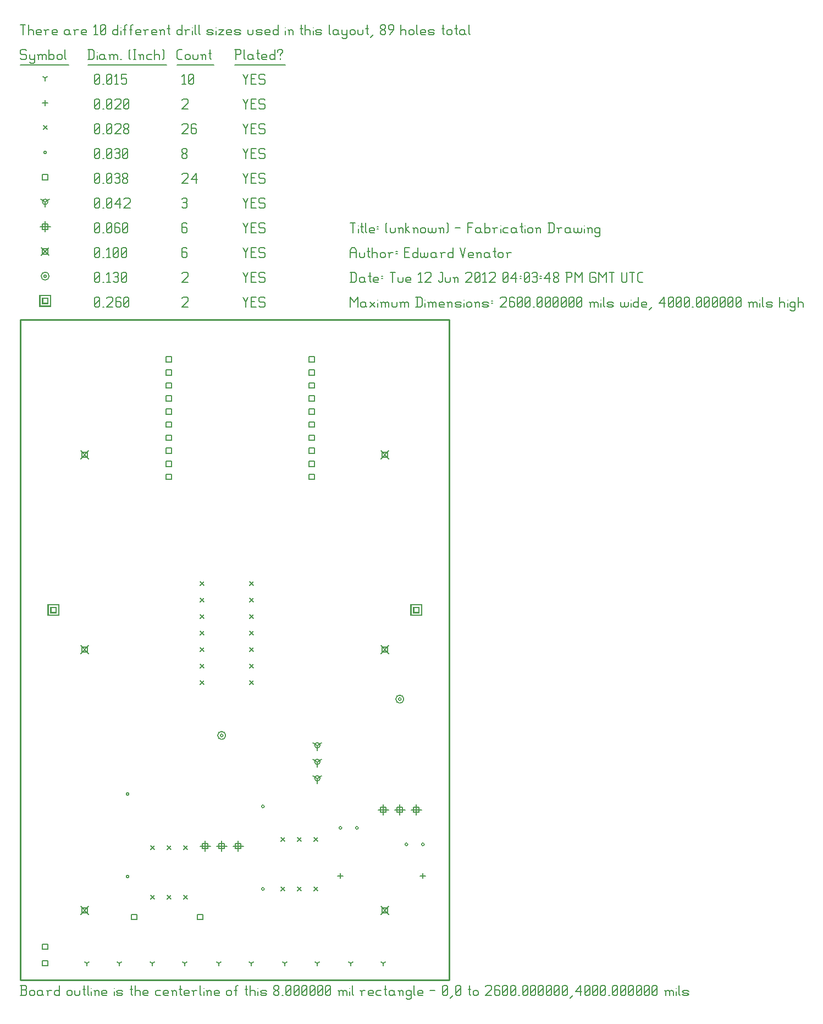
<source format=gbr>
G04 start of page 11 for group -3984 idx -3984 *
G04 Title: (unknown), fab *
G04 Creator: pcb 20110918 *
G04 CreationDate: Tue 12 Jun 2012 04:03:48 PM GMT UTC *
G04 For: ed *
G04 Format: Gerber/RS-274X *
G04 PCB-Dimensions: 260000 400000 *
G04 PCB-Coordinate-Origin: lower left *
%MOIN*%
%FSLAX25Y25*%
%LNFAB*%
%ADD94C,0.0100*%
%ADD93C,0.0075*%
%ADD92C,0.0060*%
%ADD91R,0.0080X0.0080*%
G54D91*X18400Y225600D02*X21600D01*
X18400D02*Y222400D01*
X21600D01*
Y225600D02*Y222400D01*
X16800Y227200D02*X23200D01*
X16800D02*Y220800D01*
X23200D01*
Y227200D02*Y220800D01*
X238400Y225600D02*X241600D01*
X238400D02*Y222400D01*
X241600D01*
Y225600D02*Y222400D01*
X236800Y227200D02*X243200D01*
X236800D02*Y220800D01*
X243200D01*
Y227200D02*Y220800D01*
X13400Y412850D02*X16600D01*
X13400D02*Y409650D01*
X16600D01*
Y412850D02*Y409650D01*
X11800Y414450D02*X18200D01*
X11800D02*Y408050D01*
X18200D01*
Y414450D02*Y408050D01*
G54D92*X135000Y413500D02*X136500Y410500D01*
X138000Y413500D01*
X136500Y410500D02*Y407500D01*
X139800Y410800D02*X142050D01*
X139800Y407500D02*X142800D01*
X139800Y413500D02*Y407500D01*
Y413500D02*X142800D01*
X147600D02*X148350Y412750D01*
X145350Y413500D02*X147600D01*
X144600Y412750D02*X145350Y413500D01*
X144600Y412750D02*Y411250D01*
X145350Y410500D01*
X147600D01*
X148350Y409750D01*
Y408250D01*
X147600Y407500D02*X148350Y408250D01*
X145350Y407500D02*X147600D01*
X144600Y408250D02*X145350Y407500D01*
X98000Y412750D02*X98750Y413500D01*
X101000D01*
X101750Y412750D01*
Y411250D01*
X98000Y407500D02*X101750Y411250D01*
X98000Y407500D02*X101750D01*
X45000Y408250D02*X45750Y407500D01*
X45000Y412750D02*Y408250D01*
Y412750D02*X45750Y413500D01*
X47250D01*
X48000Y412750D01*
Y408250D01*
X47250Y407500D02*X48000Y408250D01*
X45750Y407500D02*X47250D01*
X45000Y409000D02*X48000Y412000D01*
X49800Y407500D02*X50550D01*
X52350Y412750D02*X53100Y413500D01*
X55350D01*
X56100Y412750D01*
Y411250D01*
X52350Y407500D02*X56100Y411250D01*
X52350Y407500D02*X56100D01*
X60150Y413500D02*X60900Y412750D01*
X58650Y413500D02*X60150D01*
X57900Y412750D02*X58650Y413500D01*
X57900Y412750D02*Y408250D01*
X58650Y407500D01*
X60150Y410800D02*X60900Y410050D01*
X57900Y410800D02*X60150D01*
X58650Y407500D02*X60150D01*
X60900Y408250D01*
Y410050D02*Y408250D01*
X62700D02*X63450Y407500D01*
X62700Y412750D02*Y408250D01*
Y412750D02*X63450Y413500D01*
X64950D01*
X65700Y412750D01*
Y408250D01*
X64950Y407500D02*X65700Y408250D01*
X63450Y407500D02*X64950D01*
X62700Y409000D02*X65700Y412000D01*
X229200Y170000D02*G75*G03X230800Y170000I800J0D01*G01*
G75*G03X229200Y170000I-800J0D01*G01*
X227600D02*G75*G03X232400Y170000I2400J0D01*G01*
G75*G03X227600Y170000I-2400J0D01*G01*
X121200Y148000D02*G75*G03X122800Y148000I800J0D01*G01*
G75*G03X121200Y148000I-800J0D01*G01*
X119600D02*G75*G03X124400Y148000I2400J0D01*G01*
G75*G03X119600Y148000I-2400J0D01*G01*
X14200Y426250D02*G75*G03X15800Y426250I800J0D01*G01*
G75*G03X14200Y426250I-800J0D01*G01*
X12600D02*G75*G03X17400Y426250I2400J0D01*G01*
G75*G03X12600Y426250I-2400J0D01*G01*
X135000Y428500D02*X136500Y425500D01*
X138000Y428500D01*
X136500Y425500D02*Y422500D01*
X139800Y425800D02*X142050D01*
X139800Y422500D02*X142800D01*
X139800Y428500D02*Y422500D01*
Y428500D02*X142800D01*
X147600D02*X148350Y427750D01*
X145350Y428500D02*X147600D01*
X144600Y427750D02*X145350Y428500D01*
X144600Y427750D02*Y426250D01*
X145350Y425500D01*
X147600D01*
X148350Y424750D01*
Y423250D01*
X147600Y422500D02*X148350Y423250D01*
X145350Y422500D02*X147600D01*
X144600Y423250D02*X145350Y422500D01*
X98000Y427750D02*X98750Y428500D01*
X101000D01*
X101750Y427750D01*
Y426250D01*
X98000Y422500D02*X101750Y426250D01*
X98000Y422500D02*X101750D01*
X45000Y423250D02*X45750Y422500D01*
X45000Y427750D02*Y423250D01*
Y427750D02*X45750Y428500D01*
X47250D01*
X48000Y427750D01*
Y423250D01*
X47250Y422500D02*X48000Y423250D01*
X45750Y422500D02*X47250D01*
X45000Y424000D02*X48000Y427000D01*
X49800Y422500D02*X50550D01*
X52350Y427300D02*X53550Y428500D01*
Y422500D01*
X52350D02*X54600D01*
X56400Y427750D02*X57150Y428500D01*
X58650D01*
X59400Y427750D01*
X58650Y422500D02*X59400Y423250D01*
X57150Y422500D02*X58650D01*
X56400Y423250D02*X57150Y422500D01*
Y425800D02*X58650D01*
X59400Y427750D02*Y426550D01*
Y425050D02*Y423250D01*
Y425050D02*X58650Y425800D01*
X59400Y426550D02*X58650Y425800D01*
X61200Y423250D02*X61950Y422500D01*
X61200Y427750D02*Y423250D01*
Y427750D02*X61950Y428500D01*
X63450D01*
X64200Y427750D01*
Y423250D01*
X63450Y422500D02*X64200Y423250D01*
X61950Y422500D02*X63450D01*
X61200Y424000D02*X64200Y427000D01*
X36600Y44400D02*X41400Y39600D01*
X36600D02*X41400Y44400D01*
X37400Y43600D02*X40600D01*
X37400D02*Y40400D01*
X40600D01*
Y43600D02*Y40400D01*
X218600Y44400D02*X223400Y39600D01*
X218600D02*X223400Y44400D01*
X219400Y43600D02*X222600D01*
X219400D02*Y40400D01*
X222600D01*
Y43600D02*Y40400D01*
X218600Y202400D02*X223400Y197600D01*
X218600D02*X223400Y202400D01*
X219400Y201600D02*X222600D01*
X219400D02*Y198400D01*
X222600D01*
Y201600D02*Y198400D01*
X36600Y202400D02*X41400Y197600D01*
X36600D02*X41400Y202400D01*
X37400Y201600D02*X40600D01*
X37400D02*Y198400D01*
X40600D01*
Y201600D02*Y198400D01*
X36600Y320400D02*X41400Y315600D01*
X36600D02*X41400Y320400D01*
X37400Y319600D02*X40600D01*
X37400D02*Y316400D01*
X40600D01*
Y319600D02*Y316400D01*
X218600Y320400D02*X223400Y315600D01*
X218600D02*X223400Y320400D01*
X219400Y319600D02*X222600D01*
X219400D02*Y316400D01*
X222600D01*
Y319600D02*Y316400D01*
X12600Y443650D02*X17400Y438850D01*
X12600D02*X17400Y443650D01*
X13400Y442850D02*X16600D01*
X13400D02*Y439650D01*
X16600D01*
Y442850D02*Y439650D01*
X135000Y443500D02*X136500Y440500D01*
X138000Y443500D01*
X136500Y440500D02*Y437500D01*
X139800Y440800D02*X142050D01*
X139800Y437500D02*X142800D01*
X139800Y443500D02*Y437500D01*
Y443500D02*X142800D01*
X147600D02*X148350Y442750D01*
X145350Y443500D02*X147600D01*
X144600Y442750D02*X145350Y443500D01*
X144600Y442750D02*Y441250D01*
X145350Y440500D01*
X147600D01*
X148350Y439750D01*
Y438250D01*
X147600Y437500D02*X148350Y438250D01*
X145350Y437500D02*X147600D01*
X144600Y438250D02*X145350Y437500D01*
X100250Y443500D02*X101000Y442750D01*
X98750Y443500D02*X100250D01*
X98000Y442750D02*X98750Y443500D01*
X98000Y442750D02*Y438250D01*
X98750Y437500D01*
X100250Y440800D02*X101000Y440050D01*
X98000Y440800D02*X100250D01*
X98750Y437500D02*X100250D01*
X101000Y438250D01*
Y440050D02*Y438250D01*
X45000D02*X45750Y437500D01*
X45000Y442750D02*Y438250D01*
Y442750D02*X45750Y443500D01*
X47250D01*
X48000Y442750D01*
Y438250D01*
X47250Y437500D02*X48000Y438250D01*
X45750Y437500D02*X47250D01*
X45000Y439000D02*X48000Y442000D01*
X49800Y437500D02*X50550D01*
X52350Y442300D02*X53550Y443500D01*
Y437500D01*
X52350D02*X54600D01*
X56400Y438250D02*X57150Y437500D01*
X56400Y442750D02*Y438250D01*
Y442750D02*X57150Y443500D01*
X58650D01*
X59400Y442750D01*
Y438250D01*
X58650Y437500D02*X59400Y438250D01*
X57150Y437500D02*X58650D01*
X56400Y439000D02*X59400Y442000D01*
X61200Y438250D02*X61950Y437500D01*
X61200Y442750D02*Y438250D01*
Y442750D02*X61950Y443500D01*
X63450D01*
X64200Y442750D01*
Y438250D01*
X63450Y437500D02*X64200Y438250D01*
X61950Y437500D02*X63450D01*
X61200Y439000D02*X64200Y442000D01*
X220000Y106200D02*Y99800D01*
X216800Y103000D02*X223200D01*
X218400Y104600D02*X221600D01*
X218400D02*Y101400D01*
X221600D01*
Y104600D02*Y101400D01*
X230000Y106200D02*Y99800D01*
X226800Y103000D02*X233200D01*
X228400Y104600D02*X231600D01*
X228400D02*Y101400D01*
X231600D01*
Y104600D02*Y101400D01*
X240000Y106200D02*Y99800D01*
X236800Y103000D02*X243200D01*
X238400Y104600D02*X241600D01*
X238400D02*Y101400D01*
X241600D01*
Y104600D02*Y101400D01*
X112000Y84200D02*Y77800D01*
X108800Y81000D02*X115200D01*
X110400Y82600D02*X113600D01*
X110400D02*Y79400D01*
X113600D01*
Y82600D02*Y79400D01*
X122000Y84200D02*Y77800D01*
X118800Y81000D02*X125200D01*
X120400Y82600D02*X123600D01*
X120400D02*Y79400D01*
X123600D01*
Y82600D02*Y79400D01*
X132000Y84200D02*Y77800D01*
X128800Y81000D02*X135200D01*
X130400Y82600D02*X133600D01*
X130400D02*Y79400D01*
X133600D01*
Y82600D02*Y79400D01*
X15000Y459450D02*Y453050D01*
X11800Y456250D02*X18200D01*
X13400Y457850D02*X16600D01*
X13400D02*Y454650D01*
X16600D01*
Y457850D02*Y454650D01*
X135000Y458500D02*X136500Y455500D01*
X138000Y458500D01*
X136500Y455500D02*Y452500D01*
X139800Y455800D02*X142050D01*
X139800Y452500D02*X142800D01*
X139800Y458500D02*Y452500D01*
Y458500D02*X142800D01*
X147600D02*X148350Y457750D01*
X145350Y458500D02*X147600D01*
X144600Y457750D02*X145350Y458500D01*
X144600Y457750D02*Y456250D01*
X145350Y455500D01*
X147600D01*
X148350Y454750D01*
Y453250D01*
X147600Y452500D02*X148350Y453250D01*
X145350Y452500D02*X147600D01*
X144600Y453250D02*X145350Y452500D01*
X100250Y458500D02*X101000Y457750D01*
X98750Y458500D02*X100250D01*
X98000Y457750D02*X98750Y458500D01*
X98000Y457750D02*Y453250D01*
X98750Y452500D01*
X100250Y455800D02*X101000Y455050D01*
X98000Y455800D02*X100250D01*
X98750Y452500D02*X100250D01*
X101000Y453250D01*
Y455050D02*Y453250D01*
X45000D02*X45750Y452500D01*
X45000Y457750D02*Y453250D01*
Y457750D02*X45750Y458500D01*
X47250D01*
X48000Y457750D01*
Y453250D01*
X47250Y452500D02*X48000Y453250D01*
X45750Y452500D02*X47250D01*
X45000Y454000D02*X48000Y457000D01*
X49800Y452500D02*X50550D01*
X52350Y453250D02*X53100Y452500D01*
X52350Y457750D02*Y453250D01*
Y457750D02*X53100Y458500D01*
X54600D01*
X55350Y457750D01*
Y453250D01*
X54600Y452500D02*X55350Y453250D01*
X53100Y452500D02*X54600D01*
X52350Y454000D02*X55350Y457000D01*
X59400Y458500D02*X60150Y457750D01*
X57900Y458500D02*X59400D01*
X57150Y457750D02*X57900Y458500D01*
X57150Y457750D02*Y453250D01*
X57900Y452500D01*
X59400Y455800D02*X60150Y455050D01*
X57150Y455800D02*X59400D01*
X57900Y452500D02*X59400D01*
X60150Y453250D01*
Y455050D02*Y453250D01*
X61950D02*X62700Y452500D01*
X61950Y457750D02*Y453250D01*
Y457750D02*X62700Y458500D01*
X64200D01*
X64950Y457750D01*
Y453250D01*
X64200Y452500D02*X64950Y453250D01*
X62700Y452500D02*X64200D01*
X61950Y454000D02*X64950Y457000D01*
X180000Y122000D02*Y118800D01*
Y122000D02*X182773Y123600D01*
X180000Y122000D02*X177227Y123600D01*
X178400Y122000D02*G75*G03X181600Y122000I1600J0D01*G01*
G75*G03X178400Y122000I-1600J0D01*G01*
X180000Y132000D02*Y128800D01*
Y132000D02*X182773Y133600D01*
X180000Y132000D02*X177227Y133600D01*
X178400Y132000D02*G75*G03X181600Y132000I1600J0D01*G01*
G75*G03X178400Y132000I-1600J0D01*G01*
X180000Y142000D02*Y138800D01*
Y142000D02*X182773Y143600D01*
X180000Y142000D02*X177227Y143600D01*
X178400Y142000D02*G75*G03X181600Y142000I1600J0D01*G01*
G75*G03X178400Y142000I-1600J0D01*G01*
X15000Y471250D02*Y468050D01*
Y471250D02*X17773Y472850D01*
X15000Y471250D02*X12227Y472850D01*
X13400Y471250D02*G75*G03X16600Y471250I1600J0D01*G01*
G75*G03X13400Y471250I-1600J0D01*G01*
X135000Y473500D02*X136500Y470500D01*
X138000Y473500D01*
X136500Y470500D02*Y467500D01*
X139800Y470800D02*X142050D01*
X139800Y467500D02*X142800D01*
X139800Y473500D02*Y467500D01*
Y473500D02*X142800D01*
X147600D02*X148350Y472750D01*
X145350Y473500D02*X147600D01*
X144600Y472750D02*X145350Y473500D01*
X144600Y472750D02*Y471250D01*
X145350Y470500D01*
X147600D01*
X148350Y469750D01*
Y468250D01*
X147600Y467500D02*X148350Y468250D01*
X145350Y467500D02*X147600D01*
X144600Y468250D02*X145350Y467500D01*
X98000Y472750D02*X98750Y473500D01*
X100250D01*
X101000Y472750D01*
X100250Y467500D02*X101000Y468250D01*
X98750Y467500D02*X100250D01*
X98000Y468250D02*X98750Y467500D01*
Y470800D02*X100250D01*
X101000Y472750D02*Y471550D01*
Y470050D02*Y468250D01*
Y470050D02*X100250Y470800D01*
X101000Y471550D02*X100250Y470800D01*
X45000Y468250D02*X45750Y467500D01*
X45000Y472750D02*Y468250D01*
Y472750D02*X45750Y473500D01*
X47250D01*
X48000Y472750D01*
Y468250D01*
X47250Y467500D02*X48000Y468250D01*
X45750Y467500D02*X47250D01*
X45000Y469000D02*X48000Y472000D01*
X49800Y467500D02*X50550D01*
X52350Y468250D02*X53100Y467500D01*
X52350Y472750D02*Y468250D01*
Y472750D02*X53100Y473500D01*
X54600D01*
X55350Y472750D01*
Y468250D01*
X54600Y467500D02*X55350Y468250D01*
X53100Y467500D02*X54600D01*
X52350Y469000D02*X55350Y472000D01*
X57150Y469750D02*X60150Y473500D01*
X57150Y469750D02*X60900D01*
X60150Y473500D02*Y467500D01*
X62700Y472750D02*X63450Y473500D01*
X65700D01*
X66450Y472750D01*
Y471250D01*
X62700Y467500D02*X66450Y471250D01*
X62700Y467500D02*X66450D01*
X13400Y21600D02*X16600D01*
X13400D02*Y18400D01*
X16600D01*
Y21600D02*Y18400D01*
X13400Y11600D02*X16600D01*
X13400D02*Y8400D01*
X16600D01*
Y11600D02*Y8400D01*
X88400Y377400D02*X91600D01*
X88400D02*Y374200D01*
X91600D01*
Y377400D02*Y374200D01*
X88400Y369500D02*X91600D01*
X88400D02*Y366300D01*
X91600D01*
Y369500D02*Y366300D01*
X88400Y361600D02*X91600D01*
X88400D02*Y358400D01*
X91600D01*
Y361600D02*Y358400D01*
X88400Y353700D02*X91600D01*
X88400D02*Y350500D01*
X91600D01*
Y353700D02*Y350500D01*
X88400Y345800D02*X91600D01*
X88400D02*Y342600D01*
X91600D01*
Y345800D02*Y342600D01*
X88400Y337900D02*X91600D01*
X88400D02*Y334700D01*
X91600D01*
Y337900D02*Y334700D01*
X88400Y330000D02*X91600D01*
X88400D02*Y326800D01*
X91600D01*
Y330000D02*Y326800D01*
X88400Y322100D02*X91600D01*
X88400D02*Y318900D01*
X91600D01*
Y322100D02*Y318900D01*
X88400Y314200D02*X91600D01*
X88400D02*Y311000D01*
X91600D01*
Y314200D02*Y311000D01*
X88400Y306300D02*X91600D01*
X88400D02*Y303100D01*
X91600D01*
Y306300D02*Y303100D01*
X175000Y377400D02*X178200D01*
X175000D02*Y374200D01*
X178200D01*
Y377400D02*Y374200D01*
X175000Y369500D02*X178200D01*
X175000D02*Y366300D01*
X178200D01*
Y369500D02*Y366300D01*
X175000Y361600D02*X178200D01*
X175000D02*Y358400D01*
X178200D01*
Y361600D02*Y358400D01*
X175000Y353700D02*X178200D01*
X175000D02*Y350500D01*
X178200D01*
Y353700D02*Y350500D01*
X175000Y345800D02*X178200D01*
X175000D02*Y342600D01*
X178200D01*
Y345800D02*Y342600D01*
X175000Y337900D02*X178200D01*
X175000D02*Y334700D01*
X178200D01*
Y337900D02*Y334700D01*
X175000Y330000D02*X178200D01*
X175000D02*Y326800D01*
X178200D01*
Y330000D02*Y326800D01*
X175000Y322100D02*X178200D01*
X175000D02*Y318900D01*
X178200D01*
Y322100D02*Y318900D01*
X175000Y314200D02*X178200D01*
X175000D02*Y311000D01*
X178200D01*
Y314200D02*Y311000D01*
X175000Y306300D02*X178200D01*
X175000D02*Y303100D01*
X178200D01*
Y306300D02*Y303100D01*
X107400Y39600D02*X110600D01*
X107400D02*Y36400D01*
X110600D01*
Y39600D02*Y36400D01*
X67400Y39600D02*X70600D01*
X67400D02*Y36400D01*
X70600D01*
Y39600D02*Y36400D01*
X13400Y487850D02*X16600D01*
X13400D02*Y484650D01*
X16600D01*
Y487850D02*Y484650D01*
X135000Y488500D02*X136500Y485500D01*
X138000Y488500D01*
X136500Y485500D02*Y482500D01*
X139800Y485800D02*X142050D01*
X139800Y482500D02*X142800D01*
X139800Y488500D02*Y482500D01*
Y488500D02*X142800D01*
X147600D02*X148350Y487750D01*
X145350Y488500D02*X147600D01*
X144600Y487750D02*X145350Y488500D01*
X144600Y487750D02*Y486250D01*
X145350Y485500D01*
X147600D01*
X148350Y484750D01*
Y483250D01*
X147600Y482500D02*X148350Y483250D01*
X145350Y482500D02*X147600D01*
X144600Y483250D02*X145350Y482500D01*
X98000Y487750D02*X98750Y488500D01*
X101000D01*
X101750Y487750D01*
Y486250D01*
X98000Y482500D02*X101750Y486250D01*
X98000Y482500D02*X101750D01*
X103550Y484750D02*X106550Y488500D01*
X103550Y484750D02*X107300D01*
X106550Y488500D02*Y482500D01*
X45000Y483250D02*X45750Y482500D01*
X45000Y487750D02*Y483250D01*
Y487750D02*X45750Y488500D01*
X47250D01*
X48000Y487750D01*
Y483250D01*
X47250Y482500D02*X48000Y483250D01*
X45750Y482500D02*X47250D01*
X45000Y484000D02*X48000Y487000D01*
X49800Y482500D02*X50550D01*
X52350Y483250D02*X53100Y482500D01*
X52350Y487750D02*Y483250D01*
Y487750D02*X53100Y488500D01*
X54600D01*
X55350Y487750D01*
Y483250D01*
X54600Y482500D02*X55350Y483250D01*
X53100Y482500D02*X54600D01*
X52350Y484000D02*X55350Y487000D01*
X57150Y487750D02*X57900Y488500D01*
X59400D01*
X60150Y487750D01*
X59400Y482500D02*X60150Y483250D01*
X57900Y482500D02*X59400D01*
X57150Y483250D02*X57900Y482500D01*
Y485800D02*X59400D01*
X60150Y487750D02*Y486550D01*
Y485050D02*Y483250D01*
Y485050D02*X59400Y485800D01*
X60150Y486550D02*X59400Y485800D01*
X61950Y483250D02*X62700Y482500D01*
X61950Y484450D02*Y483250D01*
Y484450D02*X63000Y485500D01*
X63900D01*
X64950Y484450D01*
Y483250D01*
X64200Y482500D02*X64950Y483250D01*
X62700Y482500D02*X64200D01*
X61950Y486550D02*X63000Y485500D01*
X61950Y487750D02*Y486550D01*
Y487750D02*X62700Y488500D01*
X64200D01*
X64950Y487750D01*
Y486550D01*
X63900Y485500D02*X64950Y486550D01*
X193200Y92000D02*G75*G03X194800Y92000I800J0D01*G01*
G75*G03X193200Y92000I-800J0D01*G01*
X203200D02*G75*G03X204800Y92000I800J0D01*G01*
G75*G03X203200Y92000I-800J0D01*G01*
X243200Y82000D02*G75*G03X244800Y82000I800J0D01*G01*
G75*G03X243200Y82000I-800J0D01*G01*
X233200D02*G75*G03X234800Y82000I800J0D01*G01*
G75*G03X233200Y82000I-800J0D01*G01*
X64200Y62500D02*G75*G03X65800Y62500I800J0D01*G01*
G75*G03X64200Y62500I-800J0D01*G01*
Y112500D02*G75*G03X65800Y112500I800J0D01*G01*
G75*G03X64200Y112500I-800J0D01*G01*
X146200Y105000D02*G75*G03X147800Y105000I800J0D01*G01*
G75*G03X146200Y105000I-800J0D01*G01*
Y55000D02*G75*G03X147800Y55000I800J0D01*G01*
G75*G03X146200Y55000I-800J0D01*G01*
X14200Y501250D02*G75*G03X15800Y501250I800J0D01*G01*
G75*G03X14200Y501250I-800J0D01*G01*
X135000Y503500D02*X136500Y500500D01*
X138000Y503500D01*
X136500Y500500D02*Y497500D01*
X139800Y500800D02*X142050D01*
X139800Y497500D02*X142800D01*
X139800Y503500D02*Y497500D01*
Y503500D02*X142800D01*
X147600D02*X148350Y502750D01*
X145350Y503500D02*X147600D01*
X144600Y502750D02*X145350Y503500D01*
X144600Y502750D02*Y501250D01*
X145350Y500500D01*
X147600D01*
X148350Y499750D01*
Y498250D01*
X147600Y497500D02*X148350Y498250D01*
X145350Y497500D02*X147600D01*
X144600Y498250D02*X145350Y497500D01*
X98000Y498250D02*X98750Y497500D01*
X98000Y499450D02*Y498250D01*
Y499450D02*X99050Y500500D01*
X99950D01*
X101000Y499450D01*
Y498250D01*
X100250Y497500D02*X101000Y498250D01*
X98750Y497500D02*X100250D01*
X98000Y501550D02*X99050Y500500D01*
X98000Y502750D02*Y501550D01*
Y502750D02*X98750Y503500D01*
X100250D01*
X101000Y502750D01*
Y501550D01*
X99950Y500500D02*X101000Y501550D01*
X45000Y498250D02*X45750Y497500D01*
X45000Y502750D02*Y498250D01*
Y502750D02*X45750Y503500D01*
X47250D01*
X48000Y502750D01*
Y498250D01*
X47250Y497500D02*X48000Y498250D01*
X45750Y497500D02*X47250D01*
X45000Y499000D02*X48000Y502000D01*
X49800Y497500D02*X50550D01*
X52350Y498250D02*X53100Y497500D01*
X52350Y502750D02*Y498250D01*
Y502750D02*X53100Y503500D01*
X54600D01*
X55350Y502750D01*
Y498250D01*
X54600Y497500D02*X55350Y498250D01*
X53100Y497500D02*X54600D01*
X52350Y499000D02*X55350Y502000D01*
X57150Y502750D02*X57900Y503500D01*
X59400D01*
X60150Y502750D01*
X59400Y497500D02*X60150Y498250D01*
X57900Y497500D02*X59400D01*
X57150Y498250D02*X57900Y497500D01*
Y500800D02*X59400D01*
X60150Y502750D02*Y501550D01*
Y500050D02*Y498250D01*
Y500050D02*X59400Y500800D01*
X60150Y501550D02*X59400Y500800D01*
X61950Y498250D02*X62700Y497500D01*
X61950Y502750D02*Y498250D01*
Y502750D02*X62700Y503500D01*
X64200D01*
X64950Y502750D01*
Y498250D01*
X64200Y497500D02*X64950Y498250D01*
X62700Y497500D02*X64200D01*
X61950Y499000D02*X64950Y502000D01*
X78800Y51200D02*X81200Y48800D01*
X78800D02*X81200Y51200D01*
X88800D02*X91200Y48800D01*
X88800D02*X91200Y51200D01*
X98800D02*X101200Y48800D01*
X98800D02*X101200Y51200D01*
X98800Y81200D02*X101200Y78800D01*
X98800D02*X101200Y81200D01*
X88800D02*X91200Y78800D01*
X88800D02*X91200Y81200D01*
X78800D02*X81200Y78800D01*
X78800D02*X81200Y81200D01*
X177800Y86200D02*X180200Y83800D01*
X177800D02*X180200Y86200D01*
X167800D02*X170200Y83800D01*
X167800D02*X170200Y86200D01*
X157800D02*X160200Y83800D01*
X157800D02*X160200Y86200D01*
X157800Y56200D02*X160200Y53800D01*
X157800D02*X160200Y56200D01*
X167800D02*X170200Y53800D01*
X167800D02*X170200Y56200D01*
X177800D02*X180200Y53800D01*
X177800D02*X180200Y56200D01*
X108800Y241200D02*X111200Y238800D01*
X108800D02*X111200Y241200D01*
X108800Y231200D02*X111200Y228800D01*
X108800D02*X111200Y231200D01*
X108800Y221200D02*X111200Y218800D01*
X108800D02*X111200Y221200D01*
X108800Y211200D02*X111200Y208800D01*
X108800D02*X111200Y211200D01*
X108800Y201200D02*X111200Y198800D01*
X108800D02*X111200Y201200D01*
X108800Y191200D02*X111200Y188800D01*
X108800D02*X111200Y191200D01*
X108800Y181200D02*X111200Y178800D01*
X108800D02*X111200Y181200D01*
X138800D02*X141200Y178800D01*
X138800D02*X141200Y181200D01*
X138800Y191200D02*X141200Y188800D01*
X138800D02*X141200Y191200D01*
X138800Y201200D02*X141200Y198800D01*
X138800D02*X141200Y201200D01*
X138800Y211200D02*X141200Y208800D01*
X138800D02*X141200Y211200D01*
X138800Y221200D02*X141200Y218800D01*
X138800D02*X141200Y221200D01*
X138800Y231200D02*X141200Y228800D01*
X138800D02*X141200Y231200D01*
X138800Y241200D02*X141200Y238800D01*
X138800D02*X141200Y241200D01*
X13800Y517450D02*X16200Y515050D01*
X13800D02*X16200Y517450D01*
X135000Y518500D02*X136500Y515500D01*
X138000Y518500D01*
X136500Y515500D02*Y512500D01*
X139800Y515800D02*X142050D01*
X139800Y512500D02*X142800D01*
X139800Y518500D02*Y512500D01*
Y518500D02*X142800D01*
X147600D02*X148350Y517750D01*
X145350Y518500D02*X147600D01*
X144600Y517750D02*X145350Y518500D01*
X144600Y517750D02*Y516250D01*
X145350Y515500D01*
X147600D01*
X148350Y514750D01*
Y513250D01*
X147600Y512500D02*X148350Y513250D01*
X145350Y512500D02*X147600D01*
X144600Y513250D02*X145350Y512500D01*
X98000Y517750D02*X98750Y518500D01*
X101000D01*
X101750Y517750D01*
Y516250D01*
X98000Y512500D02*X101750Y516250D01*
X98000Y512500D02*X101750D01*
X105800Y518500D02*X106550Y517750D01*
X104300Y518500D02*X105800D01*
X103550Y517750D02*X104300Y518500D01*
X103550Y517750D02*Y513250D01*
X104300Y512500D01*
X105800Y515800D02*X106550Y515050D01*
X103550Y515800D02*X105800D01*
X104300Y512500D02*X105800D01*
X106550Y513250D01*
Y515050D02*Y513250D01*
X45000D02*X45750Y512500D01*
X45000Y517750D02*Y513250D01*
Y517750D02*X45750Y518500D01*
X47250D01*
X48000Y517750D01*
Y513250D01*
X47250Y512500D02*X48000Y513250D01*
X45750Y512500D02*X47250D01*
X45000Y514000D02*X48000Y517000D01*
X49800Y512500D02*X50550D01*
X52350Y513250D02*X53100Y512500D01*
X52350Y517750D02*Y513250D01*
Y517750D02*X53100Y518500D01*
X54600D01*
X55350Y517750D01*
Y513250D01*
X54600Y512500D02*X55350Y513250D01*
X53100Y512500D02*X54600D01*
X52350Y514000D02*X55350Y517000D01*
X57150Y517750D02*X57900Y518500D01*
X60150D01*
X60900Y517750D01*
Y516250D01*
X57150Y512500D02*X60900Y516250D01*
X57150Y512500D02*X60900D01*
X62700Y513250D02*X63450Y512500D01*
X62700Y514450D02*Y513250D01*
Y514450D02*X63750Y515500D01*
X64650D01*
X65700Y514450D01*
Y513250D01*
X64950Y512500D02*X65700Y513250D01*
X63450Y512500D02*X64950D01*
X62700Y516550D02*X63750Y515500D01*
X62700Y517750D02*Y516550D01*
Y517750D02*X63450Y518500D01*
X64950D01*
X65700Y517750D01*
Y516550D01*
X64650Y515500D02*X65700Y516550D01*
X194000Y64600D02*Y61400D01*
X192400Y63000D02*X195600D01*
X244000Y64600D02*Y61400D01*
X242400Y63000D02*X245600D01*
X15000Y532850D02*Y529650D01*
X13400Y531250D02*X16600D01*
X135000Y533500D02*X136500Y530500D01*
X138000Y533500D01*
X136500Y530500D02*Y527500D01*
X139800Y530800D02*X142050D01*
X139800Y527500D02*X142800D01*
X139800Y533500D02*Y527500D01*
Y533500D02*X142800D01*
X147600D02*X148350Y532750D01*
X145350Y533500D02*X147600D01*
X144600Y532750D02*X145350Y533500D01*
X144600Y532750D02*Y531250D01*
X145350Y530500D01*
X147600D01*
X148350Y529750D01*
Y528250D01*
X147600Y527500D02*X148350Y528250D01*
X145350Y527500D02*X147600D01*
X144600Y528250D02*X145350Y527500D01*
X98000Y532750D02*X98750Y533500D01*
X101000D01*
X101750Y532750D01*
Y531250D01*
X98000Y527500D02*X101750Y531250D01*
X98000Y527500D02*X101750D01*
X45000Y528250D02*X45750Y527500D01*
X45000Y532750D02*Y528250D01*
Y532750D02*X45750Y533500D01*
X47250D01*
X48000Y532750D01*
Y528250D01*
X47250Y527500D02*X48000Y528250D01*
X45750Y527500D02*X47250D01*
X45000Y529000D02*X48000Y532000D01*
X49800Y527500D02*X50550D01*
X52350Y528250D02*X53100Y527500D01*
X52350Y532750D02*Y528250D01*
Y532750D02*X53100Y533500D01*
X54600D01*
X55350Y532750D01*
Y528250D01*
X54600Y527500D02*X55350Y528250D01*
X53100Y527500D02*X54600D01*
X52350Y529000D02*X55350Y532000D01*
X57150Y532750D02*X57900Y533500D01*
X60150D01*
X60900Y532750D01*
Y531250D01*
X57150Y527500D02*X60900Y531250D01*
X57150Y527500D02*X60900D01*
X62700Y528250D02*X63450Y527500D01*
X62700Y532750D02*Y528250D01*
Y532750D02*X63450Y533500D01*
X64950D01*
X65700Y532750D01*
Y528250D01*
X64950Y527500D02*X65700Y528250D01*
X63450Y527500D02*X64950D01*
X62700Y529000D02*X65700Y532000D01*
X200315Y10000D02*Y8400D01*
Y10000D02*X201702Y10800D01*
X200315Y10000D02*X198928Y10800D01*
X220000Y10000D02*Y8400D01*
Y10000D02*X221387Y10800D01*
X220000Y10000D02*X218613Y10800D01*
X80000Y10000D02*Y8400D01*
Y10000D02*X81387Y10800D01*
X80000Y10000D02*X78613Y10800D01*
X99685Y10000D02*Y8400D01*
Y10000D02*X101072Y10800D01*
X99685Y10000D02*X98298Y10800D01*
X160315Y10000D02*Y8400D01*
Y10000D02*X161702Y10800D01*
X160315Y10000D02*X158928Y10800D01*
X180000Y10000D02*Y8400D01*
Y10000D02*X181387Y10800D01*
X180000Y10000D02*X178613Y10800D01*
X120315Y10000D02*Y8400D01*
Y10000D02*X121702Y10800D01*
X120315Y10000D02*X118928Y10800D01*
X140000Y10000D02*Y8400D01*
Y10000D02*X141387Y10800D01*
X140000Y10000D02*X138613Y10800D01*
X40315Y10000D02*Y8400D01*
Y10000D02*X41702Y10800D01*
X40315Y10000D02*X38928Y10800D01*
X60000Y10000D02*Y8400D01*
Y10000D02*X61387Y10800D01*
X60000Y10000D02*X58613Y10800D01*
X15000Y546250D02*Y544650D01*
Y546250D02*X16387Y547050D01*
X15000Y546250D02*X13613Y547050D01*
X135000Y548500D02*X136500Y545500D01*
X138000Y548500D01*
X136500Y545500D02*Y542500D01*
X139800Y545800D02*X142050D01*
X139800Y542500D02*X142800D01*
X139800Y548500D02*Y542500D01*
Y548500D02*X142800D01*
X147600D02*X148350Y547750D01*
X145350Y548500D02*X147600D01*
X144600Y547750D02*X145350Y548500D01*
X144600Y547750D02*Y546250D01*
X145350Y545500D01*
X147600D01*
X148350Y544750D01*
Y543250D01*
X147600Y542500D02*X148350Y543250D01*
X145350Y542500D02*X147600D01*
X144600Y543250D02*X145350Y542500D01*
X98000Y547300D02*X99200Y548500D01*
Y542500D01*
X98000D02*X100250D01*
X102050Y543250D02*X102800Y542500D01*
X102050Y547750D02*Y543250D01*
Y547750D02*X102800Y548500D01*
X104300D01*
X105050Y547750D01*
Y543250D01*
X104300Y542500D02*X105050Y543250D01*
X102800Y542500D02*X104300D01*
X102050Y544000D02*X105050Y547000D01*
X45000Y543250D02*X45750Y542500D01*
X45000Y547750D02*Y543250D01*
Y547750D02*X45750Y548500D01*
X47250D01*
X48000Y547750D01*
Y543250D01*
X47250Y542500D02*X48000Y543250D01*
X45750Y542500D02*X47250D01*
X45000Y544000D02*X48000Y547000D01*
X49800Y542500D02*X50550D01*
X52350Y543250D02*X53100Y542500D01*
X52350Y547750D02*Y543250D01*
Y547750D02*X53100Y548500D01*
X54600D01*
X55350Y547750D01*
Y543250D01*
X54600Y542500D02*X55350Y543250D01*
X53100Y542500D02*X54600D01*
X52350Y544000D02*X55350Y547000D01*
X57150Y547300D02*X58350Y548500D01*
Y542500D01*
X57150D02*X59400D01*
X61200Y548500D02*X64200D01*
X61200D02*Y545500D01*
X61950Y546250D01*
X63450D01*
X64200Y545500D01*
Y543250D01*
X63450Y542500D02*X64200Y543250D01*
X61950Y542500D02*X63450D01*
X61200Y543250D02*X61950Y542500D01*
X3000Y563500D02*X3750Y562750D01*
X750Y563500D02*X3000D01*
X0Y562750D02*X750Y563500D01*
X0Y562750D02*Y561250D01*
X750Y560500D01*
X3000D01*
X3750Y559750D01*
Y558250D01*
X3000Y557500D02*X3750Y558250D01*
X750Y557500D02*X3000D01*
X0Y558250D02*X750Y557500D01*
X5550Y560500D02*Y558250D01*
X6300Y557500D01*
X8550Y560500D02*Y556000D01*
X7800Y555250D02*X8550Y556000D01*
X6300Y555250D02*X7800D01*
X5550Y556000D02*X6300Y555250D01*
Y557500D02*X7800D01*
X8550Y558250D01*
X11100Y559750D02*Y557500D01*
Y559750D02*X11850Y560500D01*
X12600D01*
X13350Y559750D01*
Y557500D01*
Y559750D02*X14100Y560500D01*
X14850D01*
X15600Y559750D01*
Y557500D01*
X10350Y560500D02*X11100Y559750D01*
X17400Y563500D02*Y557500D01*
Y558250D02*X18150Y557500D01*
X19650D01*
X20400Y558250D01*
Y559750D02*Y558250D01*
X19650Y560500D02*X20400Y559750D01*
X18150Y560500D02*X19650D01*
X17400Y559750D02*X18150Y560500D01*
X22200Y559750D02*Y558250D01*
Y559750D02*X22950Y560500D01*
X24450D01*
X25200Y559750D01*
Y558250D01*
X24450Y557500D02*X25200Y558250D01*
X22950Y557500D02*X24450D01*
X22200Y558250D02*X22950Y557500D01*
X27000Y563500D02*Y558250D01*
X27750Y557500D01*
X0Y554250D02*X29250D01*
X41750Y563500D02*Y557500D01*
X43700Y563500D02*X44750Y562450D01*
Y558550D01*
X43700Y557500D02*X44750Y558550D01*
X41000Y557500D02*X43700D01*
X41000Y563500D02*X43700D01*
G54D93*X46550Y562000D02*Y561850D01*
G54D92*Y559750D02*Y557500D01*
X50300Y560500D02*X51050Y559750D01*
X48800Y560500D02*X50300D01*
X48050Y559750D02*X48800Y560500D01*
X48050Y559750D02*Y558250D01*
X48800Y557500D01*
X51050Y560500D02*Y558250D01*
X51800Y557500D01*
X48800D02*X50300D01*
X51050Y558250D01*
X54350Y559750D02*Y557500D01*
Y559750D02*X55100Y560500D01*
X55850D01*
X56600Y559750D01*
Y557500D01*
Y559750D02*X57350Y560500D01*
X58100D01*
X58850Y559750D01*
Y557500D01*
X53600Y560500D02*X54350Y559750D01*
X60650Y557500D02*X61400D01*
X65900Y558250D02*X66650Y557500D01*
X65900Y562750D02*X66650Y563500D01*
X65900Y562750D02*Y558250D01*
X68450Y563500D02*X69950D01*
X69200D02*Y557500D01*
X68450D02*X69950D01*
X72500Y559750D02*Y557500D01*
Y559750D02*X73250Y560500D01*
X74000D01*
X74750Y559750D01*
Y557500D01*
X71750Y560500D02*X72500Y559750D01*
X77300Y560500D02*X79550D01*
X76550Y559750D02*X77300Y560500D01*
X76550Y559750D02*Y558250D01*
X77300Y557500D01*
X79550D01*
X81350Y563500D02*Y557500D01*
Y559750D02*X82100Y560500D01*
X83600D01*
X84350Y559750D01*
Y557500D01*
X86150Y563500D02*X86900Y562750D01*
Y558250D01*
X86150Y557500D02*X86900Y558250D01*
X41000Y554250D02*X88700D01*
X96050Y557500D02*X98000D01*
X95000Y558550D02*X96050Y557500D01*
X95000Y562450D02*Y558550D01*
Y562450D02*X96050Y563500D01*
X98000D01*
X99800Y559750D02*Y558250D01*
Y559750D02*X100550Y560500D01*
X102050D01*
X102800Y559750D01*
Y558250D01*
X102050Y557500D02*X102800Y558250D01*
X100550Y557500D02*X102050D01*
X99800Y558250D02*X100550Y557500D01*
X104600Y560500D02*Y558250D01*
X105350Y557500D01*
X106850D01*
X107600Y558250D01*
Y560500D02*Y558250D01*
X110150Y559750D02*Y557500D01*
Y559750D02*X110900Y560500D01*
X111650D01*
X112400Y559750D01*
Y557500D01*
X109400Y560500D02*X110150Y559750D01*
X114950Y563500D02*Y558250D01*
X115700Y557500D01*
X114200Y561250D02*X115700D01*
X95000Y554250D02*X117200D01*
X130750Y563500D02*Y557500D01*
X130000Y563500D02*X133000D01*
X133750Y562750D01*
Y561250D01*
X133000Y560500D02*X133750Y561250D01*
X130750Y560500D02*X133000D01*
X135550Y563500D02*Y558250D01*
X136300Y557500D01*
X140050Y560500D02*X140800Y559750D01*
X138550Y560500D02*X140050D01*
X137800Y559750D02*X138550Y560500D01*
X137800Y559750D02*Y558250D01*
X138550Y557500D01*
X140800Y560500D02*Y558250D01*
X141550Y557500D01*
X138550D02*X140050D01*
X140800Y558250D01*
X144100Y563500D02*Y558250D01*
X144850Y557500D01*
X143350Y561250D02*X144850D01*
X147100Y557500D02*X149350D01*
X146350Y558250D02*X147100Y557500D01*
X146350Y559750D02*Y558250D01*
Y559750D02*X147100Y560500D01*
X148600D01*
X149350Y559750D01*
X146350Y559000D02*X149350D01*
Y559750D02*Y559000D01*
X154150Y563500D02*Y557500D01*
X153400D02*X154150Y558250D01*
X151900Y557500D02*X153400D01*
X151150Y558250D02*X151900Y557500D01*
X151150Y559750D02*Y558250D01*
Y559750D02*X151900Y560500D01*
X153400D01*
X154150Y559750D01*
X157450Y560500D02*Y559750D01*
Y558250D02*Y557500D01*
X155950Y562750D02*Y562000D01*
Y562750D02*X156700Y563500D01*
X158200D01*
X158950Y562750D01*
Y562000D01*
X157450Y560500D02*X158950Y562000D01*
X130000Y554250D02*X160750D01*
X0Y578500D02*X3000D01*
X1500D02*Y572500D01*
X4800Y578500D02*Y572500D01*
Y574750D02*X5550Y575500D01*
X7050D01*
X7800Y574750D01*
Y572500D01*
X10350D02*X12600D01*
X9600Y573250D02*X10350Y572500D01*
X9600Y574750D02*Y573250D01*
Y574750D02*X10350Y575500D01*
X11850D01*
X12600Y574750D01*
X9600Y574000D02*X12600D01*
Y574750D02*Y574000D01*
X15150Y574750D02*Y572500D01*
Y574750D02*X15900Y575500D01*
X17400D01*
X14400D02*X15150Y574750D01*
X19950Y572500D02*X22200D01*
X19200Y573250D02*X19950Y572500D01*
X19200Y574750D02*Y573250D01*
Y574750D02*X19950Y575500D01*
X21450D01*
X22200Y574750D01*
X19200Y574000D02*X22200D01*
Y574750D02*Y574000D01*
X28950Y575500D02*X29700Y574750D01*
X27450Y575500D02*X28950D01*
X26700Y574750D02*X27450Y575500D01*
X26700Y574750D02*Y573250D01*
X27450Y572500D01*
X29700Y575500D02*Y573250D01*
X30450Y572500D01*
X27450D02*X28950D01*
X29700Y573250D01*
X33000Y574750D02*Y572500D01*
Y574750D02*X33750Y575500D01*
X35250D01*
X32250D02*X33000Y574750D01*
X37800Y572500D02*X40050D01*
X37050Y573250D02*X37800Y572500D01*
X37050Y574750D02*Y573250D01*
Y574750D02*X37800Y575500D01*
X39300D01*
X40050Y574750D01*
X37050Y574000D02*X40050D01*
Y574750D02*Y574000D01*
X44550Y577300D02*X45750Y578500D01*
Y572500D01*
X44550D02*X46800D01*
X48600Y573250D02*X49350Y572500D01*
X48600Y577750D02*Y573250D01*
Y577750D02*X49350Y578500D01*
X50850D01*
X51600Y577750D01*
Y573250D01*
X50850Y572500D02*X51600Y573250D01*
X49350Y572500D02*X50850D01*
X48600Y574000D02*X51600Y577000D01*
X59100Y578500D02*Y572500D01*
X58350D02*X59100Y573250D01*
X56850Y572500D02*X58350D01*
X56100Y573250D02*X56850Y572500D01*
X56100Y574750D02*Y573250D01*
Y574750D02*X56850Y575500D01*
X58350D01*
X59100Y574750D01*
G54D93*X60900Y577000D02*Y576850D01*
G54D92*Y574750D02*Y572500D01*
X63150Y577750D02*Y572500D01*
Y577750D02*X63900Y578500D01*
X64650D01*
X62400Y575500D02*X63900D01*
X66900Y577750D02*Y572500D01*
Y577750D02*X67650Y578500D01*
X68400D01*
X66150Y575500D02*X67650D01*
X70650Y572500D02*X72900D01*
X69900Y573250D02*X70650Y572500D01*
X69900Y574750D02*Y573250D01*
Y574750D02*X70650Y575500D01*
X72150D01*
X72900Y574750D01*
X69900Y574000D02*X72900D01*
Y574750D02*Y574000D01*
X75450Y574750D02*Y572500D01*
Y574750D02*X76200Y575500D01*
X77700D01*
X74700D02*X75450Y574750D01*
X80250Y572500D02*X82500D01*
X79500Y573250D02*X80250Y572500D01*
X79500Y574750D02*Y573250D01*
Y574750D02*X80250Y575500D01*
X81750D01*
X82500Y574750D01*
X79500Y574000D02*X82500D01*
Y574750D02*Y574000D01*
X85050Y574750D02*Y572500D01*
Y574750D02*X85800Y575500D01*
X86550D01*
X87300Y574750D01*
Y572500D01*
X84300Y575500D02*X85050Y574750D01*
X89850Y578500D02*Y573250D01*
X90600Y572500D01*
X89100Y576250D02*X90600D01*
X97800Y578500D02*Y572500D01*
X97050D02*X97800Y573250D01*
X95550Y572500D02*X97050D01*
X94800Y573250D02*X95550Y572500D01*
X94800Y574750D02*Y573250D01*
Y574750D02*X95550Y575500D01*
X97050D01*
X97800Y574750D01*
X100350D02*Y572500D01*
Y574750D02*X101100Y575500D01*
X102600D01*
X99600D02*X100350Y574750D01*
G54D93*X104400Y577000D02*Y576850D01*
G54D92*Y574750D02*Y572500D01*
X105900Y578500D02*Y573250D01*
X106650Y572500D01*
X108150Y578500D02*Y573250D01*
X108900Y572500D01*
X113850D02*X116100D01*
X116850Y573250D01*
X116100Y574000D02*X116850Y573250D01*
X113850Y574000D02*X116100D01*
X113100Y574750D02*X113850Y574000D01*
X113100Y574750D02*X113850Y575500D01*
X116100D01*
X116850Y574750D01*
X113100Y573250D02*X113850Y572500D01*
G54D93*X118650Y577000D02*Y576850D01*
G54D92*Y574750D02*Y572500D01*
X120150Y575500D02*X123150D01*
X120150Y572500D02*X123150Y575500D01*
X120150Y572500D02*X123150D01*
X125700D02*X127950D01*
X124950Y573250D02*X125700Y572500D01*
X124950Y574750D02*Y573250D01*
Y574750D02*X125700Y575500D01*
X127200D01*
X127950Y574750D01*
X124950Y574000D02*X127950D01*
Y574750D02*Y574000D01*
X130500Y572500D02*X132750D01*
X133500Y573250D01*
X132750Y574000D02*X133500Y573250D01*
X130500Y574000D02*X132750D01*
X129750Y574750D02*X130500Y574000D01*
X129750Y574750D02*X130500Y575500D01*
X132750D01*
X133500Y574750D01*
X129750Y573250D02*X130500Y572500D01*
X138000Y575500D02*Y573250D01*
X138750Y572500D01*
X140250D01*
X141000Y573250D01*
Y575500D02*Y573250D01*
X143550Y572500D02*X145800D01*
X146550Y573250D01*
X145800Y574000D02*X146550Y573250D01*
X143550Y574000D02*X145800D01*
X142800Y574750D02*X143550Y574000D01*
X142800Y574750D02*X143550Y575500D01*
X145800D01*
X146550Y574750D01*
X142800Y573250D02*X143550Y572500D01*
X149100D02*X151350D01*
X148350Y573250D02*X149100Y572500D01*
X148350Y574750D02*Y573250D01*
Y574750D02*X149100Y575500D01*
X150600D01*
X151350Y574750D01*
X148350Y574000D02*X151350D01*
Y574750D02*Y574000D01*
X156150Y578500D02*Y572500D01*
X155400D02*X156150Y573250D01*
X153900Y572500D02*X155400D01*
X153150Y573250D02*X153900Y572500D01*
X153150Y574750D02*Y573250D01*
Y574750D02*X153900Y575500D01*
X155400D01*
X156150Y574750D01*
G54D93*X160650Y577000D02*Y576850D01*
G54D92*Y574750D02*Y572500D01*
X162900Y574750D02*Y572500D01*
Y574750D02*X163650Y575500D01*
X164400D01*
X165150Y574750D01*
Y572500D01*
X162150Y575500D02*X162900Y574750D01*
X170400Y578500D02*Y573250D01*
X171150Y572500D01*
X169650Y576250D02*X171150D01*
X172650Y578500D02*Y572500D01*
Y574750D02*X173400Y575500D01*
X174900D01*
X175650Y574750D01*
Y572500D01*
G54D93*X177450Y577000D02*Y576850D01*
G54D92*Y574750D02*Y572500D01*
X179700D02*X181950D01*
X182700Y573250D01*
X181950Y574000D02*X182700Y573250D01*
X179700Y574000D02*X181950D01*
X178950Y574750D02*X179700Y574000D01*
X178950Y574750D02*X179700Y575500D01*
X181950D01*
X182700Y574750D01*
X178950Y573250D02*X179700Y572500D01*
X187200Y578500D02*Y573250D01*
X187950Y572500D01*
X191700Y575500D02*X192450Y574750D01*
X190200Y575500D02*X191700D01*
X189450Y574750D02*X190200Y575500D01*
X189450Y574750D02*Y573250D01*
X190200Y572500D01*
X192450Y575500D02*Y573250D01*
X193200Y572500D01*
X190200D02*X191700D01*
X192450Y573250D01*
X195000Y575500D02*Y573250D01*
X195750Y572500D01*
X198000Y575500D02*Y571000D01*
X197250Y570250D02*X198000Y571000D01*
X195750Y570250D02*X197250D01*
X195000Y571000D02*X195750Y570250D01*
Y572500D02*X197250D01*
X198000Y573250D01*
X199800Y574750D02*Y573250D01*
Y574750D02*X200550Y575500D01*
X202050D01*
X202800Y574750D01*
Y573250D01*
X202050Y572500D02*X202800Y573250D01*
X200550Y572500D02*X202050D01*
X199800Y573250D02*X200550Y572500D01*
X204600Y575500D02*Y573250D01*
X205350Y572500D01*
X206850D01*
X207600Y573250D01*
Y575500D02*Y573250D01*
X210150Y578500D02*Y573250D01*
X210900Y572500D01*
X209400Y576250D02*X210900D01*
X212400Y571000D02*X213900Y572500D01*
X218400Y573250D02*X219150Y572500D01*
X218400Y574450D02*Y573250D01*
Y574450D02*X219450Y575500D01*
X220350D01*
X221400Y574450D01*
Y573250D01*
X220650Y572500D02*X221400Y573250D01*
X219150Y572500D02*X220650D01*
X218400Y576550D02*X219450Y575500D01*
X218400Y577750D02*Y576550D01*
Y577750D02*X219150Y578500D01*
X220650D01*
X221400Y577750D01*
Y576550D01*
X220350Y575500D02*X221400Y576550D01*
X223950Y572500D02*X226200Y575500D01*
Y577750D02*Y575500D01*
X225450Y578500D02*X226200Y577750D01*
X223950Y578500D02*X225450D01*
X223200Y577750D02*X223950Y578500D01*
X223200Y577750D02*Y576250D01*
X223950Y575500D01*
X226200D01*
X230700Y578500D02*Y572500D01*
Y574750D02*X231450Y575500D01*
X232950D01*
X233700Y574750D01*
Y572500D01*
X235500Y574750D02*Y573250D01*
Y574750D02*X236250Y575500D01*
X237750D01*
X238500Y574750D01*
Y573250D01*
X237750Y572500D02*X238500Y573250D01*
X236250Y572500D02*X237750D01*
X235500Y573250D02*X236250Y572500D01*
X240300Y578500D02*Y573250D01*
X241050Y572500D01*
X243300D02*X245550D01*
X242550Y573250D02*X243300Y572500D01*
X242550Y574750D02*Y573250D01*
Y574750D02*X243300Y575500D01*
X244800D01*
X245550Y574750D01*
X242550Y574000D02*X245550D01*
Y574750D02*Y574000D01*
X248100Y572500D02*X250350D01*
X251100Y573250D01*
X250350Y574000D02*X251100Y573250D01*
X248100Y574000D02*X250350D01*
X247350Y574750D02*X248100Y574000D01*
X247350Y574750D02*X248100Y575500D01*
X250350D01*
X251100Y574750D01*
X247350Y573250D02*X248100Y572500D01*
X256350Y578500D02*Y573250D01*
X257100Y572500D01*
X255600Y576250D02*X257100D01*
X258600Y574750D02*Y573250D01*
Y574750D02*X259350Y575500D01*
X260850D01*
X261600Y574750D01*
Y573250D01*
X260850Y572500D02*X261600Y573250D01*
X259350Y572500D02*X260850D01*
X258600Y573250D02*X259350Y572500D01*
X264150Y578500D02*Y573250D01*
X264900Y572500D01*
X263400Y576250D02*X264900D01*
X268650Y575500D02*X269400Y574750D01*
X267150Y575500D02*X268650D01*
X266400Y574750D02*X267150Y575500D01*
X266400Y574750D02*Y573250D01*
X267150Y572500D01*
X269400Y575500D02*Y573250D01*
X270150Y572500D01*
X267150D02*X268650D01*
X269400Y573250D01*
X271950Y578500D02*Y573250D01*
X272700Y572500D01*
G54D94*X0Y400000D02*X260000D01*
X0D02*Y0D01*
X260000Y400000D02*Y0D01*
X0D02*X260000D01*
G54D92*X200000Y413500D02*Y407500D01*
Y413500D02*X202250Y410500D01*
X204500Y413500D01*
Y407500D01*
X208550Y410500D02*X209300Y409750D01*
X207050Y410500D02*X208550D01*
X206300Y409750D02*X207050Y410500D01*
X206300Y409750D02*Y408250D01*
X207050Y407500D01*
X209300Y410500D02*Y408250D01*
X210050Y407500D01*
X207050D02*X208550D01*
X209300Y408250D01*
X211850Y410500D02*X214850Y407500D01*
X211850D02*X214850Y410500D01*
G54D93*X216650Y412000D02*Y411850D01*
G54D92*Y409750D02*Y407500D01*
X218900Y409750D02*Y407500D01*
Y409750D02*X219650Y410500D01*
X220400D01*
X221150Y409750D01*
Y407500D01*
Y409750D02*X221900Y410500D01*
X222650D01*
X223400Y409750D01*
Y407500D01*
X218150Y410500D02*X218900Y409750D01*
X225200Y410500D02*Y408250D01*
X225950Y407500D01*
X227450D01*
X228200Y408250D01*
Y410500D02*Y408250D01*
X230750Y409750D02*Y407500D01*
Y409750D02*X231500Y410500D01*
X232250D01*
X233000Y409750D01*
Y407500D01*
Y409750D02*X233750Y410500D01*
X234500D01*
X235250Y409750D01*
Y407500D01*
X230000Y410500D02*X230750Y409750D01*
X240500Y413500D02*Y407500D01*
X242450Y413500D02*X243500Y412450D01*
Y408550D01*
X242450Y407500D02*X243500Y408550D01*
X239750Y407500D02*X242450D01*
X239750Y413500D02*X242450D01*
G54D93*X245300Y412000D02*Y411850D01*
G54D92*Y409750D02*Y407500D01*
X247550Y409750D02*Y407500D01*
Y409750D02*X248300Y410500D01*
X249050D01*
X249800Y409750D01*
Y407500D01*
Y409750D02*X250550Y410500D01*
X251300D01*
X252050Y409750D01*
Y407500D01*
X246800Y410500D02*X247550Y409750D01*
X254600Y407500D02*X256850D01*
X253850Y408250D02*X254600Y407500D01*
X253850Y409750D02*Y408250D01*
Y409750D02*X254600Y410500D01*
X256100D01*
X256850Y409750D01*
X253850Y409000D02*X256850D01*
Y409750D02*Y409000D01*
X259400Y409750D02*Y407500D01*
Y409750D02*X260150Y410500D01*
X260900D01*
X261650Y409750D01*
Y407500D01*
X258650Y410500D02*X259400Y409750D01*
X264200Y407500D02*X266450D01*
X267200Y408250D01*
X266450Y409000D02*X267200Y408250D01*
X264200Y409000D02*X266450D01*
X263450Y409750D02*X264200Y409000D01*
X263450Y409750D02*X264200Y410500D01*
X266450D01*
X267200Y409750D01*
X263450Y408250D02*X264200Y407500D01*
G54D93*X269000Y412000D02*Y411850D01*
G54D92*Y409750D02*Y407500D01*
X270500Y409750D02*Y408250D01*
Y409750D02*X271250Y410500D01*
X272750D01*
X273500Y409750D01*
Y408250D01*
X272750Y407500D02*X273500Y408250D01*
X271250Y407500D02*X272750D01*
X270500Y408250D02*X271250Y407500D01*
X276050Y409750D02*Y407500D01*
Y409750D02*X276800Y410500D01*
X277550D01*
X278300Y409750D01*
Y407500D01*
X275300Y410500D02*X276050Y409750D01*
X280850Y407500D02*X283100D01*
X283850Y408250D01*
X283100Y409000D02*X283850Y408250D01*
X280850Y409000D02*X283100D01*
X280100Y409750D02*X280850Y409000D01*
X280100Y409750D02*X280850Y410500D01*
X283100D01*
X283850Y409750D01*
X280100Y408250D02*X280850Y407500D01*
X285650Y411250D02*X286400D01*
X285650Y409750D02*X286400D01*
X290900Y412750D02*X291650Y413500D01*
X293900D01*
X294650Y412750D01*
Y411250D01*
X290900Y407500D02*X294650Y411250D01*
X290900Y407500D02*X294650D01*
X298700Y413500D02*X299450Y412750D01*
X297200Y413500D02*X298700D01*
X296450Y412750D02*X297200Y413500D01*
X296450Y412750D02*Y408250D01*
X297200Y407500D01*
X298700Y410800D02*X299450Y410050D01*
X296450Y410800D02*X298700D01*
X297200Y407500D02*X298700D01*
X299450Y408250D01*
Y410050D02*Y408250D01*
X301250D02*X302000Y407500D01*
X301250Y412750D02*Y408250D01*
Y412750D02*X302000Y413500D01*
X303500D01*
X304250Y412750D01*
Y408250D01*
X303500Y407500D02*X304250Y408250D01*
X302000Y407500D02*X303500D01*
X301250Y409000D02*X304250Y412000D01*
X306050Y408250D02*X306800Y407500D01*
X306050Y412750D02*Y408250D01*
Y412750D02*X306800Y413500D01*
X308300D01*
X309050Y412750D01*
Y408250D01*
X308300Y407500D02*X309050Y408250D01*
X306800Y407500D02*X308300D01*
X306050Y409000D02*X309050Y412000D01*
X310850Y407500D02*X311600D01*
X313400Y408250D02*X314150Y407500D01*
X313400Y412750D02*Y408250D01*
Y412750D02*X314150Y413500D01*
X315650D01*
X316400Y412750D01*
Y408250D01*
X315650Y407500D02*X316400Y408250D01*
X314150Y407500D02*X315650D01*
X313400Y409000D02*X316400Y412000D01*
X318200Y408250D02*X318950Y407500D01*
X318200Y412750D02*Y408250D01*
Y412750D02*X318950Y413500D01*
X320450D01*
X321200Y412750D01*
Y408250D01*
X320450Y407500D02*X321200Y408250D01*
X318950Y407500D02*X320450D01*
X318200Y409000D02*X321200Y412000D01*
X323000Y408250D02*X323750Y407500D01*
X323000Y412750D02*Y408250D01*
Y412750D02*X323750Y413500D01*
X325250D01*
X326000Y412750D01*
Y408250D01*
X325250Y407500D02*X326000Y408250D01*
X323750Y407500D02*X325250D01*
X323000Y409000D02*X326000Y412000D01*
X327800Y408250D02*X328550Y407500D01*
X327800Y412750D02*Y408250D01*
Y412750D02*X328550Y413500D01*
X330050D01*
X330800Y412750D01*
Y408250D01*
X330050Y407500D02*X330800Y408250D01*
X328550Y407500D02*X330050D01*
X327800Y409000D02*X330800Y412000D01*
X332600Y408250D02*X333350Y407500D01*
X332600Y412750D02*Y408250D01*
Y412750D02*X333350Y413500D01*
X334850D01*
X335600Y412750D01*
Y408250D01*
X334850Y407500D02*X335600Y408250D01*
X333350Y407500D02*X334850D01*
X332600Y409000D02*X335600Y412000D01*
X337400Y408250D02*X338150Y407500D01*
X337400Y412750D02*Y408250D01*
Y412750D02*X338150Y413500D01*
X339650D01*
X340400Y412750D01*
Y408250D01*
X339650Y407500D02*X340400Y408250D01*
X338150Y407500D02*X339650D01*
X337400Y409000D02*X340400Y412000D01*
X345650Y409750D02*Y407500D01*
Y409750D02*X346400Y410500D01*
X347150D01*
X347900Y409750D01*
Y407500D01*
Y409750D02*X348650Y410500D01*
X349400D01*
X350150Y409750D01*
Y407500D01*
X344900Y410500D02*X345650Y409750D01*
G54D93*X351950Y412000D02*Y411850D01*
G54D92*Y409750D02*Y407500D01*
X353450Y413500D02*Y408250D01*
X354200Y407500D01*
X356450D02*X358700D01*
X359450Y408250D01*
X358700Y409000D02*X359450Y408250D01*
X356450Y409000D02*X358700D01*
X355700Y409750D02*X356450Y409000D01*
X355700Y409750D02*X356450Y410500D01*
X358700D01*
X359450Y409750D01*
X355700Y408250D02*X356450Y407500D01*
X363950Y410500D02*Y408250D01*
X364700Y407500D01*
X365450D01*
X366200Y408250D01*
Y410500D02*Y408250D01*
X366950Y407500D01*
X367700D01*
X368450Y408250D01*
Y410500D02*Y408250D01*
G54D93*X370250Y412000D02*Y411850D01*
G54D92*Y409750D02*Y407500D01*
X374750Y413500D02*Y407500D01*
X374000D02*X374750Y408250D01*
X372500Y407500D02*X374000D01*
X371750Y408250D02*X372500Y407500D01*
X371750Y409750D02*Y408250D01*
Y409750D02*X372500Y410500D01*
X374000D01*
X374750Y409750D01*
X377300Y407500D02*X379550D01*
X376550Y408250D02*X377300Y407500D01*
X376550Y409750D02*Y408250D01*
Y409750D02*X377300Y410500D01*
X378800D01*
X379550Y409750D01*
X376550Y409000D02*X379550D01*
Y409750D02*Y409000D01*
X381350Y406000D02*X382850Y407500D01*
X387350Y409750D02*X390350Y413500D01*
X387350Y409750D02*X391100D01*
X390350Y413500D02*Y407500D01*
X392900Y408250D02*X393650Y407500D01*
X392900Y412750D02*Y408250D01*
Y412750D02*X393650Y413500D01*
X395150D01*
X395900Y412750D01*
Y408250D01*
X395150Y407500D02*X395900Y408250D01*
X393650Y407500D02*X395150D01*
X392900Y409000D02*X395900Y412000D01*
X397700Y408250D02*X398450Y407500D01*
X397700Y412750D02*Y408250D01*
Y412750D02*X398450Y413500D01*
X399950D01*
X400700Y412750D01*
Y408250D01*
X399950Y407500D02*X400700Y408250D01*
X398450Y407500D02*X399950D01*
X397700Y409000D02*X400700Y412000D01*
X402500Y408250D02*X403250Y407500D01*
X402500Y412750D02*Y408250D01*
Y412750D02*X403250Y413500D01*
X404750D01*
X405500Y412750D01*
Y408250D01*
X404750Y407500D02*X405500Y408250D01*
X403250Y407500D02*X404750D01*
X402500Y409000D02*X405500Y412000D01*
X407300Y407500D02*X408050D01*
X409850Y408250D02*X410600Y407500D01*
X409850Y412750D02*Y408250D01*
Y412750D02*X410600Y413500D01*
X412100D01*
X412850Y412750D01*
Y408250D01*
X412100Y407500D02*X412850Y408250D01*
X410600Y407500D02*X412100D01*
X409850Y409000D02*X412850Y412000D01*
X414650Y408250D02*X415400Y407500D01*
X414650Y412750D02*Y408250D01*
Y412750D02*X415400Y413500D01*
X416900D01*
X417650Y412750D01*
Y408250D01*
X416900Y407500D02*X417650Y408250D01*
X415400Y407500D02*X416900D01*
X414650Y409000D02*X417650Y412000D01*
X419450Y408250D02*X420200Y407500D01*
X419450Y412750D02*Y408250D01*
Y412750D02*X420200Y413500D01*
X421700D01*
X422450Y412750D01*
Y408250D01*
X421700Y407500D02*X422450Y408250D01*
X420200Y407500D02*X421700D01*
X419450Y409000D02*X422450Y412000D01*
X424250Y408250D02*X425000Y407500D01*
X424250Y412750D02*Y408250D01*
Y412750D02*X425000Y413500D01*
X426500D01*
X427250Y412750D01*
Y408250D01*
X426500Y407500D02*X427250Y408250D01*
X425000Y407500D02*X426500D01*
X424250Y409000D02*X427250Y412000D01*
X429050Y408250D02*X429800Y407500D01*
X429050Y412750D02*Y408250D01*
Y412750D02*X429800Y413500D01*
X431300D01*
X432050Y412750D01*
Y408250D01*
X431300Y407500D02*X432050Y408250D01*
X429800Y407500D02*X431300D01*
X429050Y409000D02*X432050Y412000D01*
X433850Y408250D02*X434600Y407500D01*
X433850Y412750D02*Y408250D01*
Y412750D02*X434600Y413500D01*
X436100D01*
X436850Y412750D01*
Y408250D01*
X436100Y407500D02*X436850Y408250D01*
X434600Y407500D02*X436100D01*
X433850Y409000D02*X436850Y412000D01*
X442100Y409750D02*Y407500D01*
Y409750D02*X442850Y410500D01*
X443600D01*
X444350Y409750D01*
Y407500D01*
Y409750D02*X445100Y410500D01*
X445850D01*
X446600Y409750D01*
Y407500D01*
X441350Y410500D02*X442100Y409750D01*
G54D93*X448400Y412000D02*Y411850D01*
G54D92*Y409750D02*Y407500D01*
X449900Y413500D02*Y408250D01*
X450650Y407500D01*
X452900D02*X455150D01*
X455900Y408250D01*
X455150Y409000D02*X455900Y408250D01*
X452900Y409000D02*X455150D01*
X452150Y409750D02*X452900Y409000D01*
X452150Y409750D02*X452900Y410500D01*
X455150D01*
X455900Y409750D01*
X452150Y408250D02*X452900Y407500D01*
X460400Y413500D02*Y407500D01*
Y409750D02*X461150Y410500D01*
X462650D01*
X463400Y409750D01*
Y407500D01*
G54D93*X465200Y412000D02*Y411850D01*
G54D92*Y409750D02*Y407500D01*
X468950Y410500D02*X469700Y409750D01*
X467450Y410500D02*X468950D01*
X466700Y409750D02*X467450Y410500D01*
X466700Y409750D02*Y408250D01*
X467450Y407500D01*
X468950D01*
X469700Y408250D01*
X466700Y406000D02*X467450Y405250D01*
X468950D01*
X469700Y406000D01*
Y410500D02*Y406000D01*
X471500Y413500D02*Y407500D01*
Y409750D02*X472250Y410500D01*
X473750D01*
X474500Y409750D01*
Y407500D01*
X0Y-9500D02*X3000D01*
X3750Y-8750D01*
Y-6950D02*Y-8750D01*
X3000Y-6200D02*X3750Y-6950D01*
X750Y-6200D02*X3000D01*
X750Y-3500D02*Y-9500D01*
X0Y-3500D02*X3000D01*
X3750Y-4250D01*
Y-5450D01*
X3000Y-6200D02*X3750Y-5450D01*
X5550Y-7250D02*Y-8750D01*
Y-7250D02*X6300Y-6500D01*
X7800D01*
X8550Y-7250D01*
Y-8750D01*
X7800Y-9500D02*X8550Y-8750D01*
X6300Y-9500D02*X7800D01*
X5550Y-8750D02*X6300Y-9500D01*
X12600Y-6500D02*X13350Y-7250D01*
X11100Y-6500D02*X12600D01*
X10350Y-7250D02*X11100Y-6500D01*
X10350Y-7250D02*Y-8750D01*
X11100Y-9500D01*
X13350Y-6500D02*Y-8750D01*
X14100Y-9500D01*
X11100D02*X12600D01*
X13350Y-8750D01*
X16650Y-7250D02*Y-9500D01*
Y-7250D02*X17400Y-6500D01*
X18900D01*
X15900D02*X16650Y-7250D01*
X23700Y-3500D02*Y-9500D01*
X22950D02*X23700Y-8750D01*
X21450Y-9500D02*X22950D01*
X20700Y-8750D02*X21450Y-9500D01*
X20700Y-7250D02*Y-8750D01*
Y-7250D02*X21450Y-6500D01*
X22950D01*
X23700Y-7250D01*
X28200D02*Y-8750D01*
Y-7250D02*X28950Y-6500D01*
X30450D01*
X31200Y-7250D01*
Y-8750D01*
X30450Y-9500D02*X31200Y-8750D01*
X28950Y-9500D02*X30450D01*
X28200Y-8750D02*X28950Y-9500D01*
X33000Y-6500D02*Y-8750D01*
X33750Y-9500D01*
X35250D01*
X36000Y-8750D01*
Y-6500D02*Y-8750D01*
X38550Y-3500D02*Y-8750D01*
X39300Y-9500D01*
X37800Y-5750D02*X39300D01*
X40800Y-3500D02*Y-8750D01*
X41550Y-9500D01*
G54D93*X43050Y-5000D02*Y-5150D01*
G54D92*Y-7250D02*Y-9500D01*
X45300Y-7250D02*Y-9500D01*
Y-7250D02*X46050Y-6500D01*
X46800D01*
X47550Y-7250D01*
Y-9500D01*
X44550Y-6500D02*X45300Y-7250D01*
X50100Y-9500D02*X52350D01*
X49350Y-8750D02*X50100Y-9500D01*
X49350Y-7250D02*Y-8750D01*
Y-7250D02*X50100Y-6500D01*
X51600D01*
X52350Y-7250D01*
X49350Y-8000D02*X52350D01*
Y-7250D02*Y-8000D01*
G54D93*X56850Y-5000D02*Y-5150D01*
G54D92*Y-7250D02*Y-9500D01*
X59100D02*X61350D01*
X62100Y-8750D01*
X61350Y-8000D02*X62100Y-8750D01*
X59100Y-8000D02*X61350D01*
X58350Y-7250D02*X59100Y-8000D01*
X58350Y-7250D02*X59100Y-6500D01*
X61350D01*
X62100Y-7250D01*
X58350Y-8750D02*X59100Y-9500D01*
X67350Y-3500D02*Y-8750D01*
X68100Y-9500D01*
X66600Y-5750D02*X68100D01*
X69600Y-3500D02*Y-9500D01*
Y-7250D02*X70350Y-6500D01*
X71850D01*
X72600Y-7250D01*
Y-9500D01*
X75150D02*X77400D01*
X74400Y-8750D02*X75150Y-9500D01*
X74400Y-7250D02*Y-8750D01*
Y-7250D02*X75150Y-6500D01*
X76650D01*
X77400Y-7250D01*
X74400Y-8000D02*X77400D01*
Y-7250D02*Y-8000D01*
X82650Y-6500D02*X84900D01*
X81900Y-7250D02*X82650Y-6500D01*
X81900Y-7250D02*Y-8750D01*
X82650Y-9500D01*
X84900D01*
X87450D02*X89700D01*
X86700Y-8750D02*X87450Y-9500D01*
X86700Y-7250D02*Y-8750D01*
Y-7250D02*X87450Y-6500D01*
X88950D01*
X89700Y-7250D01*
X86700Y-8000D02*X89700D01*
Y-7250D02*Y-8000D01*
X92250Y-7250D02*Y-9500D01*
Y-7250D02*X93000Y-6500D01*
X93750D01*
X94500Y-7250D01*
Y-9500D01*
X91500Y-6500D02*X92250Y-7250D01*
X97050Y-3500D02*Y-8750D01*
X97800Y-9500D01*
X96300Y-5750D02*X97800D01*
X100050Y-9500D02*X102300D01*
X99300Y-8750D02*X100050Y-9500D01*
X99300Y-7250D02*Y-8750D01*
Y-7250D02*X100050Y-6500D01*
X101550D01*
X102300Y-7250D01*
X99300Y-8000D02*X102300D01*
Y-7250D02*Y-8000D01*
X104850Y-7250D02*Y-9500D01*
Y-7250D02*X105600Y-6500D01*
X107100D01*
X104100D02*X104850Y-7250D01*
X108900Y-3500D02*Y-8750D01*
X109650Y-9500D01*
G54D93*X111150Y-5000D02*Y-5150D01*
G54D92*Y-7250D02*Y-9500D01*
X113400Y-7250D02*Y-9500D01*
Y-7250D02*X114150Y-6500D01*
X114900D01*
X115650Y-7250D01*
Y-9500D01*
X112650Y-6500D02*X113400Y-7250D01*
X118200Y-9500D02*X120450D01*
X117450Y-8750D02*X118200Y-9500D01*
X117450Y-7250D02*Y-8750D01*
Y-7250D02*X118200Y-6500D01*
X119700D01*
X120450Y-7250D01*
X117450Y-8000D02*X120450D01*
Y-7250D02*Y-8000D01*
X124950Y-7250D02*Y-8750D01*
Y-7250D02*X125700Y-6500D01*
X127200D01*
X127950Y-7250D01*
Y-8750D01*
X127200Y-9500D02*X127950Y-8750D01*
X125700Y-9500D02*X127200D01*
X124950Y-8750D02*X125700Y-9500D01*
X130500Y-4250D02*Y-9500D01*
Y-4250D02*X131250Y-3500D01*
X132000D01*
X129750Y-6500D02*X131250D01*
X136950Y-3500D02*Y-8750D01*
X137700Y-9500D01*
X136200Y-5750D02*X137700D01*
X139200Y-3500D02*Y-9500D01*
Y-7250D02*X139950Y-6500D01*
X141450D01*
X142200Y-7250D01*
Y-9500D01*
G54D93*X144000Y-5000D02*Y-5150D01*
G54D92*Y-7250D02*Y-9500D01*
X146250D02*X148500D01*
X149250Y-8750D01*
X148500Y-8000D02*X149250Y-8750D01*
X146250Y-8000D02*X148500D01*
X145500Y-7250D02*X146250Y-8000D01*
X145500Y-7250D02*X146250Y-6500D01*
X148500D01*
X149250Y-7250D01*
X145500Y-8750D02*X146250Y-9500D01*
X153750Y-8750D02*X154500Y-9500D01*
X153750Y-7550D02*Y-8750D01*
Y-7550D02*X154800Y-6500D01*
X155700D01*
X156750Y-7550D01*
Y-8750D01*
X156000Y-9500D02*X156750Y-8750D01*
X154500Y-9500D02*X156000D01*
X153750Y-5450D02*X154800Y-6500D01*
X153750Y-4250D02*Y-5450D01*
Y-4250D02*X154500Y-3500D01*
X156000D01*
X156750Y-4250D01*
Y-5450D01*
X155700Y-6500D02*X156750Y-5450D01*
X158550Y-9500D02*X159300D01*
X161100Y-8750D02*X161850Y-9500D01*
X161100Y-4250D02*Y-8750D01*
Y-4250D02*X161850Y-3500D01*
X163350D01*
X164100Y-4250D01*
Y-8750D01*
X163350Y-9500D02*X164100Y-8750D01*
X161850Y-9500D02*X163350D01*
X161100Y-8000D02*X164100Y-5000D01*
X165900Y-8750D02*X166650Y-9500D01*
X165900Y-4250D02*Y-8750D01*
Y-4250D02*X166650Y-3500D01*
X168150D01*
X168900Y-4250D01*
Y-8750D01*
X168150Y-9500D02*X168900Y-8750D01*
X166650Y-9500D02*X168150D01*
X165900Y-8000D02*X168900Y-5000D01*
X170700Y-8750D02*X171450Y-9500D01*
X170700Y-4250D02*Y-8750D01*
Y-4250D02*X171450Y-3500D01*
X172950D01*
X173700Y-4250D01*
Y-8750D01*
X172950Y-9500D02*X173700Y-8750D01*
X171450Y-9500D02*X172950D01*
X170700Y-8000D02*X173700Y-5000D01*
X175500Y-8750D02*X176250Y-9500D01*
X175500Y-4250D02*Y-8750D01*
Y-4250D02*X176250Y-3500D01*
X177750D01*
X178500Y-4250D01*
Y-8750D01*
X177750Y-9500D02*X178500Y-8750D01*
X176250Y-9500D02*X177750D01*
X175500Y-8000D02*X178500Y-5000D01*
X180300Y-8750D02*X181050Y-9500D01*
X180300Y-4250D02*Y-8750D01*
Y-4250D02*X181050Y-3500D01*
X182550D01*
X183300Y-4250D01*
Y-8750D01*
X182550Y-9500D02*X183300Y-8750D01*
X181050Y-9500D02*X182550D01*
X180300Y-8000D02*X183300Y-5000D01*
X185100Y-8750D02*X185850Y-9500D01*
X185100Y-4250D02*Y-8750D01*
Y-4250D02*X185850Y-3500D01*
X187350D01*
X188100Y-4250D01*
Y-8750D01*
X187350Y-9500D02*X188100Y-8750D01*
X185850Y-9500D02*X187350D01*
X185100Y-8000D02*X188100Y-5000D01*
X193350Y-7250D02*Y-9500D01*
Y-7250D02*X194100Y-6500D01*
X194850D01*
X195600Y-7250D01*
Y-9500D01*
Y-7250D02*X196350Y-6500D01*
X197100D01*
X197850Y-7250D01*
Y-9500D01*
X192600Y-6500D02*X193350Y-7250D01*
G54D93*X199650Y-5000D02*Y-5150D01*
G54D92*Y-7250D02*Y-9500D01*
X201150Y-3500D02*Y-8750D01*
X201900Y-9500D01*
X206850Y-7250D02*Y-9500D01*
Y-7250D02*X207600Y-6500D01*
X209100D01*
X206100D02*X206850Y-7250D01*
X211650Y-9500D02*X213900D01*
X210900Y-8750D02*X211650Y-9500D01*
X210900Y-7250D02*Y-8750D01*
Y-7250D02*X211650Y-6500D01*
X213150D01*
X213900Y-7250D01*
X210900Y-8000D02*X213900D01*
Y-7250D02*Y-8000D01*
X216450Y-6500D02*X218700D01*
X215700Y-7250D02*X216450Y-6500D01*
X215700Y-7250D02*Y-8750D01*
X216450Y-9500D01*
X218700D01*
X221250Y-3500D02*Y-8750D01*
X222000Y-9500D01*
X220500Y-5750D02*X222000D01*
X225750Y-6500D02*X226500Y-7250D01*
X224250Y-6500D02*X225750D01*
X223500Y-7250D02*X224250Y-6500D01*
X223500Y-7250D02*Y-8750D01*
X224250Y-9500D01*
X226500Y-6500D02*Y-8750D01*
X227250Y-9500D01*
X224250D02*X225750D01*
X226500Y-8750D01*
X229800Y-7250D02*Y-9500D01*
Y-7250D02*X230550Y-6500D01*
X231300D01*
X232050Y-7250D01*
Y-9500D01*
X229050Y-6500D02*X229800Y-7250D01*
X236100Y-6500D02*X236850Y-7250D01*
X234600Y-6500D02*X236100D01*
X233850Y-7250D02*X234600Y-6500D01*
X233850Y-7250D02*Y-8750D01*
X234600Y-9500D01*
X236100D01*
X236850Y-8750D01*
X233850Y-11000D02*X234600Y-11750D01*
X236100D01*
X236850Y-11000D01*
Y-6500D02*Y-11000D01*
X238650Y-3500D02*Y-8750D01*
X239400Y-9500D01*
X241650D02*X243900D01*
X240900Y-8750D02*X241650Y-9500D01*
X240900Y-7250D02*Y-8750D01*
Y-7250D02*X241650Y-6500D01*
X243150D01*
X243900Y-7250D01*
X240900Y-8000D02*X243900D01*
Y-7250D02*Y-8000D01*
X248400Y-6500D02*X251400D01*
X255900Y-8750D02*X256650Y-9500D01*
X255900Y-4250D02*Y-8750D01*
Y-4250D02*X256650Y-3500D01*
X258150D01*
X258900Y-4250D01*
Y-8750D01*
X258150Y-9500D02*X258900Y-8750D01*
X256650Y-9500D02*X258150D01*
X255900Y-8000D02*X258900Y-5000D01*
X260700Y-11000D02*X262200Y-9500D01*
X264000Y-8750D02*X264750Y-9500D01*
X264000Y-4250D02*Y-8750D01*
Y-4250D02*X264750Y-3500D01*
X266250D01*
X267000Y-4250D01*
Y-8750D01*
X266250Y-9500D02*X267000Y-8750D01*
X264750Y-9500D02*X266250D01*
X264000Y-8000D02*X267000Y-5000D01*
X272250Y-3500D02*Y-8750D01*
X273000Y-9500D01*
X271500Y-5750D02*X273000D01*
X274500Y-7250D02*Y-8750D01*
Y-7250D02*X275250Y-6500D01*
X276750D01*
X277500Y-7250D01*
Y-8750D01*
X276750Y-9500D02*X277500Y-8750D01*
X275250Y-9500D02*X276750D01*
X274500Y-8750D02*X275250Y-9500D01*
X282000Y-4250D02*X282750Y-3500D01*
X285000D01*
X285750Y-4250D01*
Y-5750D01*
X282000Y-9500D02*X285750Y-5750D01*
X282000Y-9500D02*X285750D01*
X289800Y-3500D02*X290550Y-4250D01*
X288300Y-3500D02*X289800D01*
X287550Y-4250D02*X288300Y-3500D01*
X287550Y-4250D02*Y-8750D01*
X288300Y-9500D01*
X289800Y-6200D02*X290550Y-6950D01*
X287550Y-6200D02*X289800D01*
X288300Y-9500D02*X289800D01*
X290550Y-8750D01*
Y-6950D02*Y-8750D01*
X292350D02*X293100Y-9500D01*
X292350Y-4250D02*Y-8750D01*
Y-4250D02*X293100Y-3500D01*
X294600D01*
X295350Y-4250D01*
Y-8750D01*
X294600Y-9500D02*X295350Y-8750D01*
X293100Y-9500D02*X294600D01*
X292350Y-8000D02*X295350Y-5000D01*
X297150Y-8750D02*X297900Y-9500D01*
X297150Y-4250D02*Y-8750D01*
Y-4250D02*X297900Y-3500D01*
X299400D01*
X300150Y-4250D01*
Y-8750D01*
X299400Y-9500D02*X300150Y-8750D01*
X297900Y-9500D02*X299400D01*
X297150Y-8000D02*X300150Y-5000D01*
X301950Y-9500D02*X302700D01*
X304500Y-8750D02*X305250Y-9500D01*
X304500Y-4250D02*Y-8750D01*
Y-4250D02*X305250Y-3500D01*
X306750D01*
X307500Y-4250D01*
Y-8750D01*
X306750Y-9500D02*X307500Y-8750D01*
X305250Y-9500D02*X306750D01*
X304500Y-8000D02*X307500Y-5000D01*
X309300Y-8750D02*X310050Y-9500D01*
X309300Y-4250D02*Y-8750D01*
Y-4250D02*X310050Y-3500D01*
X311550D01*
X312300Y-4250D01*
Y-8750D01*
X311550Y-9500D02*X312300Y-8750D01*
X310050Y-9500D02*X311550D01*
X309300Y-8000D02*X312300Y-5000D01*
X314100Y-8750D02*X314850Y-9500D01*
X314100Y-4250D02*Y-8750D01*
Y-4250D02*X314850Y-3500D01*
X316350D01*
X317100Y-4250D01*
Y-8750D01*
X316350Y-9500D02*X317100Y-8750D01*
X314850Y-9500D02*X316350D01*
X314100Y-8000D02*X317100Y-5000D01*
X318900Y-8750D02*X319650Y-9500D01*
X318900Y-4250D02*Y-8750D01*
Y-4250D02*X319650Y-3500D01*
X321150D01*
X321900Y-4250D01*
Y-8750D01*
X321150Y-9500D02*X321900Y-8750D01*
X319650Y-9500D02*X321150D01*
X318900Y-8000D02*X321900Y-5000D01*
X323700Y-8750D02*X324450Y-9500D01*
X323700Y-4250D02*Y-8750D01*
Y-4250D02*X324450Y-3500D01*
X325950D01*
X326700Y-4250D01*
Y-8750D01*
X325950Y-9500D02*X326700Y-8750D01*
X324450Y-9500D02*X325950D01*
X323700Y-8000D02*X326700Y-5000D01*
X328500Y-8750D02*X329250Y-9500D01*
X328500Y-4250D02*Y-8750D01*
Y-4250D02*X329250Y-3500D01*
X330750D01*
X331500Y-4250D01*
Y-8750D01*
X330750Y-9500D02*X331500Y-8750D01*
X329250Y-9500D02*X330750D01*
X328500Y-8000D02*X331500Y-5000D01*
X333300Y-11000D02*X334800Y-9500D01*
X336600Y-7250D02*X339600Y-3500D01*
X336600Y-7250D02*X340350D01*
X339600Y-3500D02*Y-9500D01*
X342150Y-8750D02*X342900Y-9500D01*
X342150Y-4250D02*Y-8750D01*
Y-4250D02*X342900Y-3500D01*
X344400D01*
X345150Y-4250D01*
Y-8750D01*
X344400Y-9500D02*X345150Y-8750D01*
X342900Y-9500D02*X344400D01*
X342150Y-8000D02*X345150Y-5000D01*
X346950Y-8750D02*X347700Y-9500D01*
X346950Y-4250D02*Y-8750D01*
Y-4250D02*X347700Y-3500D01*
X349200D01*
X349950Y-4250D01*
Y-8750D01*
X349200Y-9500D02*X349950Y-8750D01*
X347700Y-9500D02*X349200D01*
X346950Y-8000D02*X349950Y-5000D01*
X351750Y-8750D02*X352500Y-9500D01*
X351750Y-4250D02*Y-8750D01*
Y-4250D02*X352500Y-3500D01*
X354000D01*
X354750Y-4250D01*
Y-8750D01*
X354000Y-9500D02*X354750Y-8750D01*
X352500Y-9500D02*X354000D01*
X351750Y-8000D02*X354750Y-5000D01*
X356550Y-9500D02*X357300D01*
X359100Y-8750D02*X359850Y-9500D01*
X359100Y-4250D02*Y-8750D01*
Y-4250D02*X359850Y-3500D01*
X361350D01*
X362100Y-4250D01*
Y-8750D01*
X361350Y-9500D02*X362100Y-8750D01*
X359850Y-9500D02*X361350D01*
X359100Y-8000D02*X362100Y-5000D01*
X363900Y-8750D02*X364650Y-9500D01*
X363900Y-4250D02*Y-8750D01*
Y-4250D02*X364650Y-3500D01*
X366150D01*
X366900Y-4250D01*
Y-8750D01*
X366150Y-9500D02*X366900Y-8750D01*
X364650Y-9500D02*X366150D01*
X363900Y-8000D02*X366900Y-5000D01*
X368700Y-8750D02*X369450Y-9500D01*
X368700Y-4250D02*Y-8750D01*
Y-4250D02*X369450Y-3500D01*
X370950D01*
X371700Y-4250D01*
Y-8750D01*
X370950Y-9500D02*X371700Y-8750D01*
X369450Y-9500D02*X370950D01*
X368700Y-8000D02*X371700Y-5000D01*
X373500Y-8750D02*X374250Y-9500D01*
X373500Y-4250D02*Y-8750D01*
Y-4250D02*X374250Y-3500D01*
X375750D01*
X376500Y-4250D01*
Y-8750D01*
X375750Y-9500D02*X376500Y-8750D01*
X374250Y-9500D02*X375750D01*
X373500Y-8000D02*X376500Y-5000D01*
X378300Y-8750D02*X379050Y-9500D01*
X378300Y-4250D02*Y-8750D01*
Y-4250D02*X379050Y-3500D01*
X380550D01*
X381300Y-4250D01*
Y-8750D01*
X380550Y-9500D02*X381300Y-8750D01*
X379050Y-9500D02*X380550D01*
X378300Y-8000D02*X381300Y-5000D01*
X383100Y-8750D02*X383850Y-9500D01*
X383100Y-4250D02*Y-8750D01*
Y-4250D02*X383850Y-3500D01*
X385350D01*
X386100Y-4250D01*
Y-8750D01*
X385350Y-9500D02*X386100Y-8750D01*
X383850Y-9500D02*X385350D01*
X383100Y-8000D02*X386100Y-5000D01*
X391350Y-7250D02*Y-9500D01*
Y-7250D02*X392100Y-6500D01*
X392850D01*
X393600Y-7250D01*
Y-9500D01*
Y-7250D02*X394350Y-6500D01*
X395100D01*
X395850Y-7250D01*
Y-9500D01*
X390600Y-6500D02*X391350Y-7250D01*
G54D93*X397650Y-5000D02*Y-5150D01*
G54D92*Y-7250D02*Y-9500D01*
X399150Y-3500D02*Y-8750D01*
X399900Y-9500D01*
X402150D02*X404400D01*
X405150Y-8750D01*
X404400Y-8000D02*X405150Y-8750D01*
X402150Y-8000D02*X404400D01*
X401400Y-7250D02*X402150Y-8000D01*
X401400Y-7250D02*X402150Y-6500D01*
X404400D01*
X405150Y-7250D01*
X401400Y-8750D02*X402150Y-9500D01*
X200750Y428500D02*Y422500D01*
X202700Y428500D02*X203750Y427450D01*
Y423550D01*
X202700Y422500D02*X203750Y423550D01*
X200000Y422500D02*X202700D01*
X200000Y428500D02*X202700D01*
X207800Y425500D02*X208550Y424750D01*
X206300Y425500D02*X207800D01*
X205550Y424750D02*X206300Y425500D01*
X205550Y424750D02*Y423250D01*
X206300Y422500D01*
X208550Y425500D02*Y423250D01*
X209300Y422500D01*
X206300D02*X207800D01*
X208550Y423250D01*
X211850Y428500D02*Y423250D01*
X212600Y422500D01*
X211100Y426250D02*X212600D01*
X214850Y422500D02*X217100D01*
X214100Y423250D02*X214850Y422500D01*
X214100Y424750D02*Y423250D01*
Y424750D02*X214850Y425500D01*
X216350D01*
X217100Y424750D01*
X214100Y424000D02*X217100D01*
Y424750D02*Y424000D01*
X218900Y426250D02*X219650D01*
X218900Y424750D02*X219650D01*
X224150Y428500D02*X227150D01*
X225650D02*Y422500D01*
X228950Y425500D02*Y423250D01*
X229700Y422500D01*
X231200D01*
X231950Y423250D01*
Y425500D02*Y423250D01*
X234500Y422500D02*X236750D01*
X233750Y423250D02*X234500Y422500D01*
X233750Y424750D02*Y423250D01*
Y424750D02*X234500Y425500D01*
X236000D01*
X236750Y424750D01*
X233750Y424000D02*X236750D01*
Y424750D02*Y424000D01*
X241250Y427300D02*X242450Y428500D01*
Y422500D01*
X241250D02*X243500D01*
X245300Y427750D02*X246050Y428500D01*
X248300D01*
X249050Y427750D01*
Y426250D01*
X245300Y422500D02*X249050Y426250D01*
X245300Y422500D02*X249050D01*
X254600Y428500D02*X255800D01*
Y423250D01*
X255050Y422500D02*X255800Y423250D01*
X254300Y422500D02*X255050D01*
X253550Y423250D02*X254300Y422500D01*
X253550Y424000D02*Y423250D01*
X257600Y425500D02*Y423250D01*
X258350Y422500D01*
X259850D01*
X260600Y423250D01*
Y425500D02*Y423250D01*
X263150Y424750D02*Y422500D01*
Y424750D02*X263900Y425500D01*
X264650D01*
X265400Y424750D01*
Y422500D01*
X262400Y425500D02*X263150Y424750D01*
X269900Y427750D02*X270650Y428500D01*
X272900D01*
X273650Y427750D01*
Y426250D01*
X269900Y422500D02*X273650Y426250D01*
X269900Y422500D02*X273650D01*
X275450Y423250D02*X276200Y422500D01*
X275450Y427750D02*Y423250D01*
Y427750D02*X276200Y428500D01*
X277700D01*
X278450Y427750D01*
Y423250D01*
X277700Y422500D02*X278450Y423250D01*
X276200Y422500D02*X277700D01*
X275450Y424000D02*X278450Y427000D01*
X280250Y427300D02*X281450Y428500D01*
Y422500D01*
X280250D02*X282500D01*
X284300Y427750D02*X285050Y428500D01*
X287300D01*
X288050Y427750D01*
Y426250D01*
X284300Y422500D02*X288050Y426250D01*
X284300Y422500D02*X288050D01*
X292550Y423250D02*X293300Y422500D01*
X292550Y427750D02*Y423250D01*
Y427750D02*X293300Y428500D01*
X294800D01*
X295550Y427750D01*
Y423250D01*
X294800Y422500D02*X295550Y423250D01*
X293300Y422500D02*X294800D01*
X292550Y424000D02*X295550Y427000D01*
X297350Y424750D02*X300350Y428500D01*
X297350Y424750D02*X301100D01*
X300350Y428500D02*Y422500D01*
X302900Y426250D02*X303650D01*
X302900Y424750D02*X303650D01*
X305450Y423250D02*X306200Y422500D01*
X305450Y427750D02*Y423250D01*
Y427750D02*X306200Y428500D01*
X307700D01*
X308450Y427750D01*
Y423250D01*
X307700Y422500D02*X308450Y423250D01*
X306200Y422500D02*X307700D01*
X305450Y424000D02*X308450Y427000D01*
X310250Y427750D02*X311000Y428500D01*
X312500D01*
X313250Y427750D01*
X312500Y422500D02*X313250Y423250D01*
X311000Y422500D02*X312500D01*
X310250Y423250D02*X311000Y422500D01*
Y425800D02*X312500D01*
X313250Y427750D02*Y426550D01*
Y425050D02*Y423250D01*
Y425050D02*X312500Y425800D01*
X313250Y426550D02*X312500Y425800D01*
X315050Y426250D02*X315800D01*
X315050Y424750D02*X315800D01*
X317600D02*X320600Y428500D01*
X317600Y424750D02*X321350D01*
X320600Y428500D02*Y422500D01*
X323150Y423250D02*X323900Y422500D01*
X323150Y424450D02*Y423250D01*
Y424450D02*X324200Y425500D01*
X325100D01*
X326150Y424450D01*
Y423250D01*
X325400Y422500D02*X326150Y423250D01*
X323900Y422500D02*X325400D01*
X323150Y426550D02*X324200Y425500D01*
X323150Y427750D02*Y426550D01*
Y427750D02*X323900Y428500D01*
X325400D01*
X326150Y427750D01*
Y426550D01*
X325100Y425500D02*X326150Y426550D01*
X331400Y428500D02*Y422500D01*
X330650Y428500D02*X333650D01*
X334400Y427750D01*
Y426250D01*
X333650Y425500D02*X334400Y426250D01*
X331400Y425500D02*X333650D01*
X336200Y428500D02*Y422500D01*
Y428500D02*X338450Y425500D01*
X340700Y428500D01*
Y422500D01*
X348200Y428500D02*X348950Y427750D01*
X345950Y428500D02*X348200D01*
X345200Y427750D02*X345950Y428500D01*
X345200Y427750D02*Y423250D01*
X345950Y422500D01*
X348200D01*
X348950Y423250D01*
Y424750D02*Y423250D01*
X348200Y425500D02*X348950Y424750D01*
X346700Y425500D02*X348200D01*
X350750Y428500D02*Y422500D01*
Y428500D02*X353000Y425500D01*
X355250Y428500D01*
Y422500D01*
X357050Y428500D02*X360050D01*
X358550D02*Y422500D01*
X364550Y428500D02*Y423250D01*
X365300Y422500D01*
X366800D01*
X367550Y423250D01*
Y428500D02*Y423250D01*
X369350Y428500D02*X372350D01*
X370850D02*Y422500D01*
X375200D02*X377150D01*
X374150Y423550D02*X375200Y422500D01*
X374150Y427450D02*Y423550D01*
Y427450D02*X375200Y428500D01*
X377150D01*
X200000Y442000D02*Y437500D01*
Y442000D02*X201050Y443500D01*
X202700D01*
X203750Y442000D01*
Y437500D01*
X200000Y440500D02*X203750D01*
X205550D02*Y438250D01*
X206300Y437500D01*
X207800D01*
X208550Y438250D01*
Y440500D02*Y438250D01*
X211100Y443500D02*Y438250D01*
X211850Y437500D01*
X210350Y441250D02*X211850D01*
X213350Y443500D02*Y437500D01*
Y439750D02*X214100Y440500D01*
X215600D01*
X216350Y439750D01*
Y437500D01*
X218150Y439750D02*Y438250D01*
Y439750D02*X218900Y440500D01*
X220400D01*
X221150Y439750D01*
Y438250D01*
X220400Y437500D02*X221150Y438250D01*
X218900Y437500D02*X220400D01*
X218150Y438250D02*X218900Y437500D01*
X223700Y439750D02*Y437500D01*
Y439750D02*X224450Y440500D01*
X225950D01*
X222950D02*X223700Y439750D01*
X227750Y441250D02*X228500D01*
X227750Y439750D02*X228500D01*
X233000Y440800D02*X235250D01*
X233000Y437500D02*X236000D01*
X233000Y443500D02*Y437500D01*
Y443500D02*X236000D01*
X240800D02*Y437500D01*
X240050D02*X240800Y438250D01*
X238550Y437500D02*X240050D01*
X237800Y438250D02*X238550Y437500D01*
X237800Y439750D02*Y438250D01*
Y439750D02*X238550Y440500D01*
X240050D01*
X240800Y439750D01*
X242600Y440500D02*Y438250D01*
X243350Y437500D01*
X244100D01*
X244850Y438250D01*
Y440500D02*Y438250D01*
X245600Y437500D01*
X246350D01*
X247100Y438250D01*
Y440500D02*Y438250D01*
X251150Y440500D02*X251900Y439750D01*
X249650Y440500D02*X251150D01*
X248900Y439750D02*X249650Y440500D01*
X248900Y439750D02*Y438250D01*
X249650Y437500D01*
X251900Y440500D02*Y438250D01*
X252650Y437500D01*
X249650D02*X251150D01*
X251900Y438250D01*
X255200Y439750D02*Y437500D01*
Y439750D02*X255950Y440500D01*
X257450D01*
X254450D02*X255200Y439750D01*
X262250Y443500D02*Y437500D01*
X261500D02*X262250Y438250D01*
X260000Y437500D02*X261500D01*
X259250Y438250D02*X260000Y437500D01*
X259250Y439750D02*Y438250D01*
Y439750D02*X260000Y440500D01*
X261500D01*
X262250Y439750D01*
X266750Y443500D02*X268250Y437500D01*
X269750Y443500D01*
X272300Y437500D02*X274550D01*
X271550Y438250D02*X272300Y437500D01*
X271550Y439750D02*Y438250D01*
Y439750D02*X272300Y440500D01*
X273800D01*
X274550Y439750D01*
X271550Y439000D02*X274550D01*
Y439750D02*Y439000D01*
X277100Y439750D02*Y437500D01*
Y439750D02*X277850Y440500D01*
X278600D01*
X279350Y439750D01*
Y437500D01*
X276350Y440500D02*X277100Y439750D01*
X283400Y440500D02*X284150Y439750D01*
X281900Y440500D02*X283400D01*
X281150Y439750D02*X281900Y440500D01*
X281150Y439750D02*Y438250D01*
X281900Y437500D01*
X284150Y440500D02*Y438250D01*
X284900Y437500D01*
X281900D02*X283400D01*
X284150Y438250D01*
X287450Y443500D02*Y438250D01*
X288200Y437500D01*
X286700Y441250D02*X288200D01*
X289700Y439750D02*Y438250D01*
Y439750D02*X290450Y440500D01*
X291950D01*
X292700Y439750D01*
Y438250D01*
X291950Y437500D02*X292700Y438250D01*
X290450Y437500D02*X291950D01*
X289700Y438250D02*X290450Y437500D01*
X295250Y439750D02*Y437500D01*
Y439750D02*X296000Y440500D01*
X297500D01*
X294500D02*X295250Y439750D01*
X200000Y458500D02*X203000D01*
X201500D02*Y452500D01*
G54D93*X204800Y457000D02*Y456850D01*
G54D92*Y454750D02*Y452500D01*
X207050Y458500D02*Y453250D01*
X207800Y452500D01*
X206300Y456250D02*X207800D01*
X209300Y458500D02*Y453250D01*
X210050Y452500D01*
X212300D02*X214550D01*
X211550Y453250D02*X212300Y452500D01*
X211550Y454750D02*Y453250D01*
Y454750D02*X212300Y455500D01*
X213800D01*
X214550Y454750D01*
X211550Y454000D02*X214550D01*
Y454750D02*Y454000D01*
X216350Y456250D02*X217100D01*
X216350Y454750D02*X217100D01*
X221600Y453250D02*X222350Y452500D01*
X221600Y457750D02*X222350Y458500D01*
X221600Y457750D02*Y453250D01*
X224150Y455500D02*Y453250D01*
X224900Y452500D01*
X226400D01*
X227150Y453250D01*
Y455500D02*Y453250D01*
X229700Y454750D02*Y452500D01*
Y454750D02*X230450Y455500D01*
X231200D01*
X231950Y454750D01*
Y452500D01*
X228950Y455500D02*X229700Y454750D01*
X233750Y458500D02*Y452500D01*
Y454750D02*X236000Y452500D01*
X233750Y454750D02*X235250Y456250D01*
X238550Y454750D02*Y452500D01*
Y454750D02*X239300Y455500D01*
X240050D01*
X240800Y454750D01*
Y452500D01*
X237800Y455500D02*X238550Y454750D01*
X242600D02*Y453250D01*
Y454750D02*X243350Y455500D01*
X244850D01*
X245600Y454750D01*
Y453250D01*
X244850Y452500D02*X245600Y453250D01*
X243350Y452500D02*X244850D01*
X242600Y453250D02*X243350Y452500D01*
X247400Y455500D02*Y453250D01*
X248150Y452500D01*
X248900D01*
X249650Y453250D01*
Y455500D02*Y453250D01*
X250400Y452500D01*
X251150D01*
X251900Y453250D01*
Y455500D02*Y453250D01*
X254450Y454750D02*Y452500D01*
Y454750D02*X255200Y455500D01*
X255950D01*
X256700Y454750D01*
Y452500D01*
X253700Y455500D02*X254450Y454750D01*
X258500Y458500D02*X259250Y457750D01*
Y453250D01*
X258500Y452500D02*X259250Y453250D01*
X263750Y455500D02*X266750D01*
X271250Y458500D02*Y452500D01*
Y458500D02*X274250D01*
X271250Y455800D02*X273500D01*
X278300Y455500D02*X279050Y454750D01*
X276800Y455500D02*X278300D01*
X276050Y454750D02*X276800Y455500D01*
X276050Y454750D02*Y453250D01*
X276800Y452500D01*
X279050Y455500D02*Y453250D01*
X279800Y452500D01*
X276800D02*X278300D01*
X279050Y453250D01*
X281600Y458500D02*Y452500D01*
Y453250D02*X282350Y452500D01*
X283850D01*
X284600Y453250D01*
Y454750D02*Y453250D01*
X283850Y455500D02*X284600Y454750D01*
X282350Y455500D02*X283850D01*
X281600Y454750D02*X282350Y455500D01*
X287150Y454750D02*Y452500D01*
Y454750D02*X287900Y455500D01*
X289400D01*
X286400D02*X287150Y454750D01*
G54D93*X291200Y457000D02*Y456850D01*
G54D92*Y454750D02*Y452500D01*
X293450Y455500D02*X295700D01*
X292700Y454750D02*X293450Y455500D01*
X292700Y454750D02*Y453250D01*
X293450Y452500D01*
X295700D01*
X299750Y455500D02*X300500Y454750D01*
X298250Y455500D02*X299750D01*
X297500Y454750D02*X298250Y455500D01*
X297500Y454750D02*Y453250D01*
X298250Y452500D01*
X300500Y455500D02*Y453250D01*
X301250Y452500D01*
X298250D02*X299750D01*
X300500Y453250D01*
X303800Y458500D02*Y453250D01*
X304550Y452500D01*
X303050Y456250D02*X304550D01*
G54D93*X306050Y457000D02*Y456850D01*
G54D92*Y454750D02*Y452500D01*
X307550Y454750D02*Y453250D01*
Y454750D02*X308300Y455500D01*
X309800D01*
X310550Y454750D01*
Y453250D01*
X309800Y452500D02*X310550Y453250D01*
X308300Y452500D02*X309800D01*
X307550Y453250D02*X308300Y452500D01*
X313100Y454750D02*Y452500D01*
Y454750D02*X313850Y455500D01*
X314600D01*
X315350Y454750D01*
Y452500D01*
X312350Y455500D02*X313100Y454750D01*
X320600Y458500D02*Y452500D01*
X322550Y458500D02*X323600Y457450D01*
Y453550D01*
X322550Y452500D02*X323600Y453550D01*
X319850Y452500D02*X322550D01*
X319850Y458500D02*X322550D01*
X326150Y454750D02*Y452500D01*
Y454750D02*X326900Y455500D01*
X328400D01*
X325400D02*X326150Y454750D01*
X332450Y455500D02*X333200Y454750D01*
X330950Y455500D02*X332450D01*
X330200Y454750D02*X330950Y455500D01*
X330200Y454750D02*Y453250D01*
X330950Y452500D01*
X333200Y455500D02*Y453250D01*
X333950Y452500D01*
X330950D02*X332450D01*
X333200Y453250D01*
X335750Y455500D02*Y453250D01*
X336500Y452500D01*
X337250D01*
X338000Y453250D01*
Y455500D02*Y453250D01*
X338750Y452500D01*
X339500D01*
X340250Y453250D01*
Y455500D02*Y453250D01*
G54D93*X342050Y457000D02*Y456850D01*
G54D92*Y454750D02*Y452500D01*
X344300Y454750D02*Y452500D01*
Y454750D02*X345050Y455500D01*
X345800D01*
X346550Y454750D01*
Y452500D01*
X343550Y455500D02*X344300Y454750D01*
X350600Y455500D02*X351350Y454750D01*
X349100Y455500D02*X350600D01*
X348350Y454750D02*X349100Y455500D01*
X348350Y454750D02*Y453250D01*
X349100Y452500D01*
X350600D01*
X351350Y453250D01*
X348350Y451000D02*X349100Y450250D01*
X350600D01*
X351350Y451000D01*
Y455500D02*Y451000D01*
M02*

</source>
